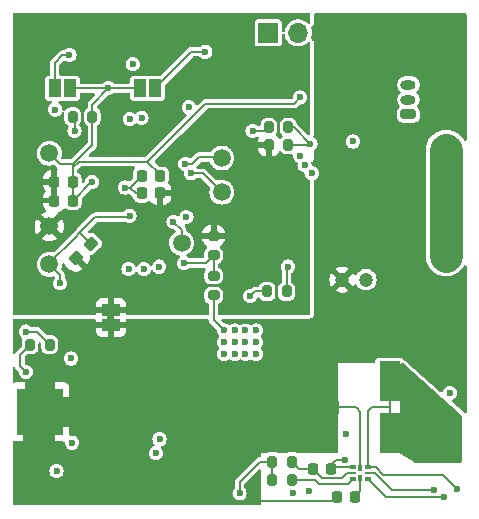
<source format=gbr>
%TF.GenerationSoftware,KiCad,Pcbnew,8.0.3-8.0.3-0~ubuntu22.04.1*%
%TF.CreationDate,2024-07-06T17:26:30-06:00*%
%TF.ProjectId,stm32g070 and DRV8311 single motor board - V1 Alpha,73746d33-3267-4303-9730-20616e642044,rev?*%
%TF.SameCoordinates,Original*%
%TF.FileFunction,Copper,L4,Bot*%
%TF.FilePolarity,Positive*%
%FSLAX46Y46*%
G04 Gerber Fmt 4.6, Leading zero omitted, Abs format (unit mm)*
G04 Created by KiCad (PCBNEW 8.0.3-8.0.3-0~ubuntu22.04.1) date 2024-07-06 17:26:30*
%MOMM*%
%LPD*%
G01*
G04 APERTURE LIST*
G04 Aperture macros list*
%AMRoundRect*
0 Rectangle with rounded corners*
0 $1 Rounding radius*
0 $2 $3 $4 $5 $6 $7 $8 $9 X,Y pos of 4 corners*
0 Add a 4 corners polygon primitive as box body*
4,1,4,$2,$3,$4,$5,$6,$7,$8,$9,$2,$3,0*
0 Add four circle primitives for the rounded corners*
1,1,$1+$1,$2,$3*
1,1,$1+$1,$4,$5*
1,1,$1+$1,$6,$7*
1,1,$1+$1,$8,$9*
0 Add four rect primitives between the rounded corners*
20,1,$1+$1,$2,$3,$4,$5,0*
20,1,$1+$1,$4,$5,$6,$7,0*
20,1,$1+$1,$6,$7,$8,$9,0*
20,1,$1+$1,$8,$9,$2,$3,0*%
G04 Aperture macros list end*
%TA.AperFunction,EtchedComponent*%
%ADD10C,0.000000*%
%TD*%
%TA.AperFunction,SMDPad,CuDef*%
%ADD11RoundRect,0.200000X-0.200000X-0.275000X0.200000X-0.275000X0.200000X0.275000X-0.200000X0.275000X0*%
%TD*%
%TA.AperFunction,ComponentPad*%
%ADD12RoundRect,0.200000X0.450000X-0.200000X0.450000X0.200000X-0.450000X0.200000X-0.450000X-0.200000X0*%
%TD*%
%TA.AperFunction,ComponentPad*%
%ADD13O,1.300000X0.800000*%
%TD*%
%TA.AperFunction,ComponentPad*%
%ADD14C,1.200000*%
%TD*%
%TA.AperFunction,ComponentPad*%
%ADD15C,0.600000*%
%TD*%
%TA.AperFunction,SMDPad,CuDef*%
%ADD16R,0.840000X2.400000*%
%TD*%
%TA.AperFunction,ComponentPad*%
%ADD17R,1.700000X1.700000*%
%TD*%
%TA.AperFunction,ComponentPad*%
%ADD18O,1.700000X1.700000*%
%TD*%
%TA.AperFunction,SMDPad,CuDef*%
%ADD19R,1.800000X3.400000*%
%TD*%
%TA.AperFunction,SMDPad,CuDef*%
%ADD20C,1.500000*%
%TD*%
%TA.AperFunction,SMDPad,CuDef*%
%ADD21R,1.500000X1.000000*%
%TD*%
%TA.AperFunction,SMDPad,CuDef*%
%ADD22RoundRect,0.225000X0.225000X0.250000X-0.225000X0.250000X-0.225000X-0.250000X0.225000X-0.250000X0*%
%TD*%
%TA.AperFunction,SMDPad,CuDef*%
%ADD23R,1.000000X1.500000*%
%TD*%
%TA.AperFunction,SMDPad,CuDef*%
%ADD24RoundRect,0.200000X0.200000X0.275000X-0.200000X0.275000X-0.200000X-0.275000X0.200000X-0.275000X0*%
%TD*%
%TA.AperFunction,SMDPad,CuDef*%
%ADD25RoundRect,0.200000X-0.275000X0.200000X-0.275000X-0.200000X0.275000X-0.200000X0.275000X0.200000X0*%
%TD*%
%TA.AperFunction,SMDPad,CuDef*%
%ADD26RoundRect,0.237500X0.044194X0.380070X-0.380070X-0.044194X-0.044194X-0.380070X0.380070X0.044194X0*%
%TD*%
%TA.AperFunction,SMDPad,CuDef*%
%ADD27R,4.000000X4.000000*%
%TD*%
%TA.AperFunction,SMDPad,CuDef*%
%ADD28RoundRect,0.218750X-0.218750X-0.256250X0.218750X-0.256250X0.218750X0.256250X-0.218750X0.256250X0*%
%TD*%
%TA.AperFunction,SMDPad,CuDef*%
%ADD29RoundRect,0.225000X-0.225000X-0.250000X0.225000X-0.250000X0.225000X0.250000X-0.225000X0.250000X0*%
%TD*%
%TA.AperFunction,SMDPad,CuDef*%
%ADD30R,0.580000X0.300000*%
%TD*%
%TA.AperFunction,SMDPad,CuDef*%
%ADD31R,0.579882X0.249936*%
%TD*%
%TA.AperFunction,SMDPad,CuDef*%
%ADD32R,0.350000X0.630000*%
%TD*%
%TA.AperFunction,ViaPad*%
%ADD33C,0.600000*%
%TD*%
%TA.AperFunction,Conductor*%
%ADD34C,0.200000*%
%TD*%
%TA.AperFunction,Conductor*%
%ADD35C,2.814000*%
%TD*%
%TA.AperFunction,Conductor*%
%ADD36C,1.000000*%
%TD*%
G04 APERTURE END LIST*
D10*
%TA.AperFunction,EtchedComponent*%
%TO.C,L1*%
G36*
X131500000Y-114350000D02*
G01*
X130900000Y-114350000D01*
X130900000Y-113850000D01*
X131500000Y-113850000D01*
X131500000Y-114350000D01*
G37*
%TD.AperFunction*%
%TD*%
D11*
%TO.P,R9,1*%
%TO.N,GND*%
X144575000Y-99500000D03*
%TO.P,R9,2*%
%TO.N,Net-(U2-SLEEP_N)*%
X146225000Y-99500000D03*
%TD*%
D12*
%TO.P,J3,1,Pin_1*%
%TO.N,Net-(J3-Pin_1)*%
X156400000Y-96900000D03*
D13*
%TO.P,J3,2,Pin_2*%
%TO.N,Net-(J3-Pin_2)*%
X156400000Y-95650000D03*
%TO.P,J3,3,Pin_3*%
%TO.N,Net-(J3-Pin_3)*%
X156400000Y-94400000D03*
%TD*%
D14*
%TO.P,C15,1*%
%TO.N,/MOTORPWR*%
X152800000Y-110900000D03*
%TO.P,C15,2*%
%TO.N,GNDPWR*%
X150800000Y-110900000D03*
%TD*%
D15*
%TO.P,U4,11,VSS*%
%TO.N,GNDPWR*%
X132262500Y-124737500D03*
X132262500Y-125687500D03*
D16*
X132262500Y-125687500D03*
D15*
X132262500Y-126637500D03*
%TD*%
D17*
%TO.P,J4,1,Pin_1*%
%TO.N,/USART1_TX*%
X144525000Y-90000000D03*
D18*
%TO.P,J4,2,Pin_2*%
%TO.N,/USART1_RX*%
X147065000Y-90000000D03*
%TD*%
D15*
%TO.P,U2,25,PowerPAD*%
%TO.N,GNDPWR*%
X149162498Y-98100001D03*
X150562500Y-98100001D03*
X149862499Y-97374600D03*
X149162498Y-96699999D03*
X150562500Y-96699999D03*
%TD*%
D19*
%TO.P,R6,1*%
%TO.N,/PSU/BATT-*%
X154800000Y-119500000D03*
%TO.P,R6,2*%
%TO.N,GNDPWR*%
X149600000Y-119500000D03*
%TD*%
D20*
%TO.P,TP1,1,1*%
%TO.N,/NRST*%
X126000000Y-109600000D03*
%TD*%
%TO.P,TP3,1,1*%
%TO.N,/SWC*%
X140600000Y-100600000D03*
%TD*%
D21*
%TO.P,L1,1*%
%TO.N,GND*%
X131200000Y-113450000D03*
%TO.P,L1,2*%
%TO.N,GNDPWR*%
X131200000Y-114750000D03*
%TD*%
D19*
%TO.P,R7,1*%
%TO.N,/PSU/BATT-*%
X154800000Y-123900000D03*
%TO.P,R7,2*%
%TO.N,GNDPWR*%
X149600000Y-123900000D03*
%TD*%
D11*
%TO.P,R5,1*%
%TO.N,/PSU/BATT+*%
X144875000Y-126300000D03*
%TO.P,R5,2*%
%TO.N,Net-(U3-VDD)*%
X146525000Y-126300000D03*
%TD*%
D22*
%TO.P,C11,1*%
%TO.N,Net-(U3-CHG)*%
X151875000Y-129300000D03*
%TO.P,C11,2*%
%TO.N,GNDPWR*%
X150325000Y-129300000D03*
%TD*%
D20*
%TO.P,TP2,1,1*%
%TO.N,/SWD*%
X140600000Y-103500000D03*
%TD*%
D23*
%TO.P,JP2,1,A*%
%TO.N,VDD*%
X133650000Y-94700000D03*
%TO.P,JP2,2,B*%
%TO.N,Net-(J2-Pin_2)*%
X134950000Y-94700000D03*
%TD*%
D24*
%TO.P,R14,1*%
%TO.N,VDD*%
X129625000Y-97100000D03*
%TO.P,R14,2*%
%TO.N,/SDA1*%
X127975000Y-97100000D03*
%TD*%
D25*
%TO.P,R18,1*%
%TO.N,GND*%
X139900000Y-107175000D03*
%TO.P,R18,2*%
%TO.N,/ADC10{slash}VBATT*%
X139900000Y-108825000D03*
%TD*%
%TO.P,R17,1*%
%TO.N,/ADC10{slash}VBATT*%
X139900000Y-110575000D03*
%TO.P,R17,2*%
%TO.N,/MOTORPWR*%
X139900000Y-112225000D03*
%TD*%
D26*
%TO.P,C18,1*%
%TO.N,/NRST*%
X129509880Y-107890120D03*
%TO.P,C18,2*%
%TO.N,GND*%
X128290120Y-109109880D03*
%TD*%
D24*
%TO.P,R1,1*%
%TO.N,Net-(U2-SLEEP_N)*%
X146225000Y-98000000D03*
%TO.P,R1,2*%
%TO.N,/MOTORPWR*%
X144575000Y-98000000D03*
%TD*%
D20*
%TO.P,TP5,1,1*%
%TO.N,GND*%
X126000000Y-106400000D03*
%TD*%
D27*
%TO.P,H4,1,1*%
%TO.N,GNDPWR*%
X125200000Y-122100000D03*
%TD*%
D22*
%TO.P,C2,1*%
%TO.N,VDD*%
X127975000Y-102600000D03*
%TO.P,C2,2*%
%TO.N,GND*%
X126425000Y-102600000D03*
%TD*%
%TO.P,C1,1*%
%TO.N,VDD*%
X127975000Y-104200000D03*
%TO.P,C1,2*%
%TO.N,GND*%
X126425000Y-104200000D03*
%TD*%
D20*
%TO.P,TP4,1,1*%
%TO.N,VDD*%
X126000000Y-100200000D03*
%TD*%
D23*
%TO.P,JP1,1,A*%
%TO.N,VDD*%
X127750000Y-94700000D03*
%TO.P,JP1,2,B*%
%TO.N,Net-(J1-Pin_2)*%
X126450000Y-94700000D03*
%TD*%
D11*
%TO.P,R3,1*%
%TO.N,/PSU/BATT+*%
X144875000Y-127900000D03*
%TO.P,R3,2*%
%TO.N,Net-(U3-BAT)*%
X146525000Y-127900000D03*
%TD*%
D28*
%TO.P,FB1,1*%
%TO.N,Net-(U1-VREF+)*%
X133812500Y-102100000D03*
%TO.P,FB1,2*%
%TO.N,VDD*%
X135387500Y-102100000D03*
%TD*%
D22*
%TO.P,C19,1*%
%TO.N,GND*%
X135375000Y-103600000D03*
%TO.P,C19,2*%
%TO.N,Net-(U1-VREF+)*%
X133825000Y-103600000D03*
%TD*%
D20*
%TO.P,TP6,1,1*%
%TO.N,/ADC11*%
X137200000Y-107800000D03*
%TD*%
D24*
%TO.P,R19,1*%
%TO.N,/LED*%
X146075000Y-111900000D03*
%TO.P,R19,2*%
%TO.N,Net-(D3-A)*%
X144425000Y-111900000D03*
%TD*%
D27*
%TO.P,H2,1,1*%
%TO.N,/PSU/BATT-*%
X158900000Y-124400000D03*
%TD*%
D29*
%TO.P,C12,1*%
%TO.N,Net-(U3-VDD)*%
X148325000Y-126900000D03*
%TO.P,C12,2*%
%TO.N,/PSU/BATT-*%
X149875000Y-126900000D03*
%TD*%
D30*
%TO.P,U3,1,BAT*%
%TO.N,Net-(U3-BAT)*%
X151702500Y-127799999D03*
D31*
%TO.P,U3,2,VDD*%
%TO.N,Net-(U3-VDD)*%
X151702500Y-127300000D03*
D30*
%TO.P,U3,3,VSS*%
%TO.N,/PSU/BATT-*%
X151702500Y-126800001D03*
D32*
%TO.P,U3,4,CS*%
%TO.N,GNDPWR*%
X152337500Y-126865000D03*
D30*
%TO.P,U3,5,CTR*%
%TO.N,/PSU/BATT-*%
X152972500Y-126800001D03*
D31*
%TO.P,U3,6,PACK*%
%TO.N,Net-(U3-PACK)*%
X152972500Y-127300000D03*
D30*
%TO.P,U3,7,DSG*%
%TO.N,Net-(Q1-G)*%
X152972500Y-127799999D03*
D32*
%TO.P,U3,8,CHG*%
%TO.N,Net-(U3-CHG)*%
X152337500Y-127735000D03*
%TD*%
D11*
%TO.P,R8,1*%
%TO.N,/PSU/LDO 4.9v*%
X124375000Y-116400000D03*
%TO.P,R8,2*%
%TO.N,Net-(D1-A)*%
X126025000Y-116400000D03*
%TD*%
D33*
%TO.N,/MOTORPWR*%
X143200000Y-98300000D03*
X151700000Y-99200000D03*
%TO.N,VDD*%
X129600000Y-102636000D03*
X147213896Y-95473287D03*
X131000000Y-94700000D03*
%TO.N,GND*%
X124000000Y-99300000D03*
X123800000Y-108900000D03*
X146000000Y-103400000D03*
X131800000Y-91800000D03*
X126600000Y-127100000D03*
X135000000Y-125600000D03*
X132900000Y-104500000D03*
X136800000Y-89700000D03*
X141000000Y-98600000D03*
X131600000Y-112200000D03*
%TO.N,/MOTORPWR*%
X158600000Y-103400000D03*
X158600000Y-105300000D03*
X142600000Y-115200000D03*
X159600000Y-103400000D03*
X142600000Y-117200000D03*
X143500000Y-115200000D03*
X141700000Y-115200000D03*
X158600000Y-104400000D03*
X141700000Y-116200000D03*
X141700000Y-117200000D03*
X159600000Y-105300000D03*
X160600000Y-104400000D03*
X140800000Y-117200000D03*
X143500000Y-116200000D03*
X160600000Y-103400000D03*
X160600000Y-105300000D03*
X142600000Y-116200000D03*
X140800000Y-116200000D03*
X159600000Y-104400000D03*
X140800000Y-115200000D03*
X143500000Y-117200000D03*
%TO.N,GNDPWR*%
X158900000Y-116500000D03*
X131400000Y-119000000D03*
X124350000Y-126300000D03*
X152800000Y-90800000D03*
X132400000Y-118100000D03*
X153500000Y-106800000D03*
X124350000Y-127150000D03*
X154800000Y-90800000D03*
X157900000Y-117400000D03*
X130400000Y-117100000D03*
X159900000Y-116500000D03*
X132400000Y-117100000D03*
X153800000Y-89800000D03*
X132400000Y-119000000D03*
X154800000Y-89800000D03*
X157900000Y-115500000D03*
X159900000Y-117400000D03*
X153500000Y-104900000D03*
X152500000Y-106800000D03*
X152800000Y-89800000D03*
X131400000Y-118100000D03*
X159900000Y-115500000D03*
X152500000Y-105900000D03*
X153500000Y-105900000D03*
X158900000Y-115500000D03*
X153800000Y-90800000D03*
X152800000Y-91700000D03*
X151500000Y-105900000D03*
X154800000Y-91700000D03*
X151500000Y-104900000D03*
X130400000Y-118100000D03*
X151500000Y-106800000D03*
X131400000Y-117100000D03*
X157900000Y-116500000D03*
X158900000Y-117400000D03*
X153800000Y-91700000D03*
X152500000Y-104900000D03*
X130400000Y-119000000D03*
%TO.N,/SWC*%
X137500000Y-101100000D03*
%TO.N,/SWD*%
X138000000Y-101900000D03*
%TO.N,Net-(U2-SLEEP_N)*%
X148100000Y-99400000D03*
%TO.N,/PSU/LDO 4.9v*%
X127912500Y-124700000D03*
X124000000Y-118700000D03*
%TO.N,/1CSA-B*%
X147600000Y-101200000D03*
X134000000Y-110000000D03*
%TO.N,/1CSA-A*%
X132700000Y-110000000D03*
X148200000Y-101900000D03*
%TO.N,/1CSA-C*%
X135300000Y-109800000D03*
X147200000Y-100400000D03*
%TO.N,/CS1*%
X133049998Y-92649998D03*
X137800000Y-96300000D03*
%TO.N,/PSU/BATT+*%
X142100000Y-129000000D03*
X159900000Y-120500000D03*
%TO.N,Net-(D1-A)*%
X124000000Y-115300000D03*
%TO.N,/PSU/~{CHG}*%
X135321200Y-124421200D03*
X127824265Y-117575735D03*
%TO.N,/SDA1*%
X128125000Y-98300000D03*
X126500000Y-96500000D03*
%TO.N,/PSU/BATT-*%
X151000000Y-126200000D03*
X160500000Y-128600000D03*
%TO.N,Net-(Q1-G)*%
X159400000Y-129300000D03*
X148000000Y-128800000D03*
X151100000Y-124000000D03*
%TO.N,/NRST*%
X126900000Y-111200000D03*
X132780603Y-105480603D03*
%TO.N,Net-(U3-PACK)*%
X146600000Y-129000000D03*
X158600000Y-128700000D03*
%TO.N,Net-(J1-Pin_2)*%
X127700000Y-91900000D03*
%TO.N,Net-(J2-Pin_2)*%
X139200000Y-91600000D03*
%TO.N,/USART1_TX*%
X133800000Y-97200000D03*
%TO.N,/USART1_RX*%
X132800000Y-97300000D03*
%TO.N,/ADC11*%
X136500000Y-106000000D03*
%TO.N,/ADC10{slash}VBATT*%
X137400000Y-109500000D03*
%TO.N,Net-(D3-A)*%
X143000000Y-112300000D03*
%TO.N,/LED*%
X137600000Y-105600000D03*
X146200000Y-109800000D03*
%TO.N,Net-(U1-VREF+)*%
X132400000Y-103100000D03*
%TD*%
D34*
%TO.N,Net-(U2-SLEEP_N)*%
X146225000Y-99500000D02*
X148000000Y-99500000D01*
X148000000Y-99500000D02*
X148100000Y-99400000D01*
X146225000Y-98000000D02*
X146700000Y-98000000D01*
X146700000Y-98000000D02*
X148100000Y-99400000D01*
%TO.N,/MOTORPWR*%
X144275000Y-98300000D02*
X144575000Y-98000000D01*
X143200000Y-98300000D02*
X144275000Y-98300000D01*
%TO.N,VDD*%
X139210135Y-95989865D02*
X134300000Y-100900000D01*
X147239555Y-95475652D02*
X146725342Y-95989865D01*
X129625000Y-97100000D02*
X129800000Y-97100000D01*
X129625000Y-97100000D02*
X129625000Y-99475000D01*
X129625000Y-96075000D02*
X129625000Y-97100000D01*
X127750000Y-94700000D02*
X131000000Y-94700000D01*
X129600000Y-102636000D02*
X129394120Y-102636000D01*
X126925000Y-101125000D02*
X127975000Y-101125000D01*
X134300000Y-100900000D02*
X128475000Y-100900000D01*
X129625000Y-99475000D02*
X127975000Y-101125000D01*
X135387500Y-101987500D02*
X134300000Y-100900000D01*
X128475000Y-100900000D02*
X127975000Y-101400000D01*
X135387500Y-102100000D02*
X135387500Y-101987500D01*
X129600000Y-102636000D02*
X129539000Y-102636000D01*
X127975000Y-102600000D02*
X127975000Y-104200000D01*
X131000000Y-94700000D02*
X129625000Y-96075000D01*
X129539000Y-102636000D02*
X127975000Y-104200000D01*
X146725342Y-95989865D02*
X139210135Y-95989865D01*
X131000000Y-94700000D02*
X133650000Y-94700000D01*
X126000000Y-100200000D02*
X126925000Y-101125000D01*
X127975000Y-101125000D02*
X127975000Y-102600000D01*
%TO.N,/MOTORPWR*%
X139900000Y-114300000D02*
X139900000Y-112225000D01*
D35*
X159600000Y-99900000D02*
X159600000Y-108912500D01*
D34*
X140800000Y-115200000D02*
X139900000Y-114300000D01*
%TO.N,GNDPWR*%
X150325000Y-129300000D02*
X150025000Y-129600000D01*
D36*
X124300000Y-127100000D02*
X124300000Y-123000000D01*
D34*
X152000000Y-121800000D02*
X151900000Y-121700000D01*
X152337500Y-126395001D02*
X152337500Y-122137500D01*
X150025000Y-129600000D02*
X141100000Y-129600000D01*
X151900000Y-121700000D02*
X149600000Y-121700000D01*
D36*
X124300000Y-123000000D02*
X125200000Y-122100000D01*
X124350000Y-127150000D02*
X124300000Y-127100000D01*
D34*
X152337500Y-126865000D02*
X152337500Y-126395001D01*
X152337500Y-122137500D02*
X152000000Y-121800000D01*
%TO.N,/SWC*%
X137500000Y-101100000D02*
X138100000Y-101100000D01*
X140500000Y-100500000D02*
X140600000Y-100600000D01*
X138700000Y-100500000D02*
X140500000Y-100500000D01*
X138100000Y-101100000D02*
X138700000Y-100500000D01*
%TO.N,/SWD*%
X139000003Y-101900003D02*
X140600000Y-103500000D01*
X138000000Y-101900000D02*
X138000003Y-101900003D01*
X138000003Y-101900003D02*
X139000003Y-101900003D01*
%TO.N,/PSU/LDO 4.9v*%
X123500000Y-118200000D02*
X123500000Y-117275000D01*
X124000000Y-118700000D02*
X123500000Y-118200000D01*
X123500000Y-117275000D02*
X124375000Y-116400000D01*
%TO.N,/PSU/BATT+*%
X142100000Y-128000000D02*
X143800000Y-126300000D01*
X143800000Y-126300000D02*
X144875000Y-126300000D01*
X144875000Y-126300000D02*
X144875000Y-127900000D01*
X142100000Y-129000000D02*
X142100000Y-128000000D01*
%TO.N,Net-(D1-A)*%
X124925000Y-115300000D02*
X126025000Y-116400000D01*
X124000000Y-115300000D02*
X124925000Y-115300000D01*
%TO.N,Net-(U3-CHG)*%
X151875000Y-129300000D02*
X152337500Y-128837500D01*
X152337500Y-128837500D02*
X152337500Y-127735000D01*
%TO.N,/SDA1*%
X128125000Y-97250000D02*
X127975000Y-97100000D01*
X128125000Y-98300000D02*
X128125000Y-97250000D01*
%TO.N,/PSU/BATT-*%
X153300000Y-121700000D02*
X154800000Y-121700000D01*
X154800000Y-121700000D02*
X154800000Y-123900000D01*
X149699999Y-126800001D02*
X151702500Y-126800001D01*
X152972500Y-122027500D02*
X153300000Y-121700000D01*
X159300000Y-127400000D02*
X154265686Y-127400000D01*
X153665687Y-126800001D02*
X152972500Y-126800001D01*
X152972500Y-126800001D02*
X152972500Y-122027500D01*
X160500000Y-128600000D02*
X159300000Y-127400000D01*
X154265686Y-127400000D02*
X153665687Y-126800001D01*
X154800000Y-121700000D02*
X154800000Y-119500000D01*
X150300000Y-126200000D02*
X149699999Y-126800001D01*
X151000000Y-126200000D02*
X150300000Y-126200000D01*
%TO.N,Net-(U3-VDD)*%
X149100000Y-127675000D02*
X150787499Y-127675000D01*
X151162499Y-127300000D02*
X151702500Y-127300000D01*
X147125000Y-126900000D02*
X148325000Y-126900000D01*
X146525000Y-126300000D02*
X147125000Y-126900000D01*
X150787499Y-127675000D02*
X151162499Y-127300000D01*
X148325000Y-126900000D02*
X149100000Y-127675000D01*
%TO.N,Net-(Q1-G)*%
X154472501Y-129300000D02*
X152972500Y-127799999D01*
X159400000Y-129300000D02*
X154472501Y-129300000D01*
%TO.N,/NRST*%
X126900000Y-111200000D02*
X126900000Y-110500000D01*
X126900000Y-110500000D02*
X126000000Y-109600000D01*
X132780603Y-105480603D02*
X132780603Y-105480604D01*
X128600000Y-106980240D02*
X128600000Y-106900000D01*
X128050000Y-107450000D02*
X126000000Y-109500000D01*
X128150000Y-107350000D02*
X128050000Y-107450000D01*
X132661207Y-105600000D02*
X129900000Y-105600000D01*
X129509880Y-107890120D02*
X128600000Y-106980240D01*
X128600000Y-106900000D02*
X128150000Y-107350000D01*
X126000000Y-109500000D02*
X126000000Y-109600000D01*
X129900000Y-105600000D02*
X128600000Y-106900000D01*
X132780603Y-105480604D02*
X132661207Y-105600000D01*
%TO.N,Net-(U3-BAT)*%
X148500000Y-127900000D02*
X146525000Y-127900000D01*
X148800000Y-128200000D02*
X148500000Y-127900000D01*
X151302499Y-128200000D02*
X148800000Y-128200000D01*
X151702500Y-127799999D02*
X151302499Y-128200000D01*
%TO.N,Net-(U3-PACK)*%
X155000000Y-128700000D02*
X153600000Y-127300000D01*
X153600000Y-127300000D02*
X152972500Y-127300000D01*
X158600000Y-128700000D02*
X155000000Y-128700000D01*
%TO.N,Net-(J1-Pin_2)*%
X126450000Y-94700000D02*
X126450000Y-92550000D01*
X126450000Y-92550000D02*
X127100000Y-91900000D01*
X127100000Y-91900000D02*
X127700000Y-91900000D01*
%TO.N,Net-(J2-Pin_2)*%
X138000000Y-91600000D02*
X139200000Y-91600000D01*
X134950000Y-94700000D02*
X134950000Y-94650000D01*
X134950000Y-94650000D02*
X138000000Y-91600000D01*
%TO.N,/ADC11*%
X136500000Y-106000000D02*
X137200000Y-106700000D01*
X137200000Y-106700000D02*
X137200000Y-107800000D01*
%TO.N,/ADC10{slash}VBATT*%
X139900000Y-110575000D02*
X139900000Y-108825000D01*
X137400000Y-109500000D02*
X139225000Y-109500000D01*
X139225000Y-109500000D02*
X139900000Y-108825000D01*
%TO.N,Net-(D3-A)*%
X144425000Y-111900000D02*
X143400000Y-111900000D01*
X143400000Y-111900000D02*
X143000000Y-112300000D01*
%TO.N,/LED*%
X146075000Y-111900000D02*
X146075000Y-109925000D01*
X146075000Y-109925000D02*
X146200000Y-109800000D01*
%TO.N,Net-(U1-VREF+)*%
X133312500Y-103600000D02*
X132812500Y-103100000D01*
X133825000Y-103600000D02*
X133312500Y-103600000D01*
X132812500Y-103100000D02*
X133812500Y-102100000D01*
X132400000Y-103100000D02*
X132812500Y-103100000D01*
%TD*%
%TA.AperFunction,Conductor*%
%TO.N,GNDPWR*%
G36*
X161323500Y-122099166D02*
G01*
X161303815Y-122166205D01*
X161251011Y-122211960D01*
X161181853Y-122221904D01*
X161118297Y-122192879D01*
X161111819Y-122186847D01*
X161072210Y-122147238D01*
X161065349Y-122139793D01*
X161060575Y-122134168D01*
X160081341Y-121267923D01*
X160044171Y-121208760D01*
X160044887Y-121138894D01*
X160083262Y-121080507D01*
X160116038Y-121060490D01*
X160202841Y-121024536D01*
X160328282Y-120928282D01*
X160424536Y-120802841D01*
X160485044Y-120656762D01*
X160505682Y-120500000D01*
X160485044Y-120343238D01*
X160424536Y-120197159D01*
X160328282Y-120071718D01*
X160202841Y-119975464D01*
X160056762Y-119914956D01*
X160056760Y-119914955D01*
X159900001Y-119894318D01*
X159899999Y-119894318D01*
X159743239Y-119914955D01*
X159743237Y-119914956D01*
X159597160Y-119975463D01*
X159471718Y-120071718D01*
X159375463Y-120197160D01*
X159314955Y-120343239D01*
X159313371Y-120349153D01*
X159277004Y-120408813D01*
X159214156Y-120439340D01*
X159144781Y-120431043D01*
X159111440Y-120409933D01*
X156108528Y-117753512D01*
X156107375Y-117752496D01*
X156106466Y-117751700D01*
X156106460Y-117751696D01*
X156106459Y-117751695D01*
X156032112Y-117703640D01*
X156017163Y-117696814D01*
X155964358Y-117651059D01*
X155955242Y-117634112D01*
X155952206Y-117627235D01*
X155872765Y-117547794D01*
X155872763Y-117547793D01*
X155769992Y-117502415D01*
X155744865Y-117499500D01*
X153855143Y-117499500D01*
X153855117Y-117499502D01*
X153830012Y-117502413D01*
X153830008Y-117502415D01*
X153727235Y-117547793D01*
X153647794Y-117627234D01*
X153602415Y-117730006D01*
X153602415Y-117730008D01*
X153599500Y-117755131D01*
X153599500Y-117801200D01*
X153579815Y-117868239D01*
X153527011Y-117913994D01*
X153475500Y-117925200D01*
X150142600Y-117925200D01*
X150142600Y-121074800D01*
X150376000Y-121074800D01*
X150443039Y-121094485D01*
X150488794Y-121147289D01*
X150500000Y-121198800D01*
X150500000Y-122201200D01*
X150480315Y-122268239D01*
X150427511Y-122313994D01*
X150376000Y-122325200D01*
X150142600Y-122325200D01*
X150142600Y-125476000D01*
X150122915Y-125543039D01*
X150070111Y-125588794D01*
X150018600Y-125600000D01*
X147033403Y-125600000D01*
X146973975Y-125584832D01*
X146967328Y-125581202D01*
X146832486Y-125530910D01*
X146832485Y-125530909D01*
X146832483Y-125530909D01*
X146772873Y-125524500D01*
X146772863Y-125524500D01*
X146277129Y-125524500D01*
X146277123Y-125524501D01*
X146217516Y-125530908D01*
X146082671Y-125581202D01*
X146076025Y-125584832D01*
X146016597Y-125600000D01*
X145383403Y-125600000D01*
X145323975Y-125584832D01*
X145317328Y-125581202D01*
X145182486Y-125530910D01*
X145182485Y-125530909D01*
X145182483Y-125530909D01*
X145122873Y-125524500D01*
X145122863Y-125524500D01*
X144627129Y-125524500D01*
X144627123Y-125524501D01*
X144567516Y-125530908D01*
X144432671Y-125581202D01*
X144426025Y-125584832D01*
X144366597Y-125600000D01*
X143900000Y-125600000D01*
X143900000Y-125775500D01*
X143880315Y-125842539D01*
X143827511Y-125888294D01*
X143776000Y-125899500D01*
X143747273Y-125899500D01*
X143645410Y-125926793D01*
X143554087Y-125979520D01*
X143554084Y-125979522D01*
X141779522Y-127754084D01*
X141779520Y-127754087D01*
X141726793Y-127845412D01*
X141717654Y-127879520D01*
X141717654Y-127879521D01*
X141717653Y-127879520D01*
X141699500Y-127947271D01*
X141699500Y-128493419D01*
X141679815Y-128560458D01*
X141673876Y-128568905D01*
X141575464Y-128697157D01*
X141514956Y-128843237D01*
X141514955Y-128843239D01*
X141494318Y-128999998D01*
X141494318Y-129000001D01*
X141514955Y-129156760D01*
X141514956Y-129156762D01*
X141574287Y-129300001D01*
X141575464Y-129302841D01*
X141671718Y-129428282D01*
X141797159Y-129524536D01*
X141943238Y-129585044D01*
X142005592Y-129593253D01*
X142099999Y-129605682D01*
X142100000Y-129605682D01*
X142100001Y-129605682D01*
X142152254Y-129598802D01*
X142256762Y-129585044D01*
X142402841Y-129524536D01*
X142528282Y-129428282D01*
X142624536Y-129302841D01*
X142685044Y-129156762D01*
X142705682Y-129000000D01*
X142685044Y-128843238D01*
X142624536Y-128697159D01*
X142624535Y-128697158D01*
X142624535Y-128697157D01*
X142526124Y-128568905D01*
X142500930Y-128503736D01*
X142500500Y-128493419D01*
X142500500Y-128217255D01*
X142520185Y-128150216D01*
X142536819Y-128129574D01*
X143688319Y-126978074D01*
X143749642Y-126944589D01*
X143819334Y-126949573D01*
X143875267Y-126991445D01*
X143899684Y-127056909D01*
X143900000Y-127065755D01*
X143900000Y-129894500D01*
X143880315Y-129961539D01*
X143827511Y-130007294D01*
X143776000Y-130018500D01*
X123006500Y-130018500D01*
X122939461Y-129998815D01*
X122893706Y-129946011D01*
X122882500Y-129894500D01*
X122882500Y-127099998D01*
X125994318Y-127099998D01*
X125994318Y-127100001D01*
X126014955Y-127256760D01*
X126014956Y-127256762D01*
X126075464Y-127402841D01*
X126171718Y-127528282D01*
X126297159Y-127624536D01*
X126443238Y-127685044D01*
X126521619Y-127695363D01*
X126599999Y-127705682D01*
X126600000Y-127705682D01*
X126600001Y-127705682D01*
X126652254Y-127698802D01*
X126756762Y-127685044D01*
X126902841Y-127624536D01*
X127028282Y-127528282D01*
X127124536Y-127402841D01*
X127185044Y-127256762D01*
X127205682Y-127100000D01*
X127185044Y-126943238D01*
X127124536Y-126797159D01*
X127028282Y-126671718D01*
X126902841Y-126575464D01*
X126756762Y-126514956D01*
X126756760Y-126514955D01*
X126600001Y-126494318D01*
X126599999Y-126494318D01*
X126443239Y-126514955D01*
X126443237Y-126514956D01*
X126297160Y-126575463D01*
X126171718Y-126671718D01*
X126075463Y-126797160D01*
X126014956Y-126943237D01*
X126014955Y-126943239D01*
X125994318Y-127099998D01*
X122882500Y-127099998D01*
X122882500Y-125599998D01*
X134394318Y-125599998D01*
X134394318Y-125600000D01*
X134414955Y-125756760D01*
X134414956Y-125756762D01*
X134475464Y-125902841D01*
X134571718Y-126028282D01*
X134697159Y-126124536D01*
X134843238Y-126185044D01*
X134921619Y-126195363D01*
X134999999Y-126205682D01*
X135000000Y-126205682D01*
X135000001Y-126205682D01*
X135052254Y-126198802D01*
X135156762Y-126185044D01*
X135302841Y-126124536D01*
X135428282Y-126028282D01*
X135524536Y-125902841D01*
X135585044Y-125756762D01*
X135605682Y-125600000D01*
X135603207Y-125581204D01*
X135585044Y-125443239D01*
X135585044Y-125443238D01*
X135524536Y-125297159D01*
X135442287Y-125189970D01*
X135417095Y-125124805D01*
X135431133Y-125056360D01*
X135479947Y-125006370D01*
X135493201Y-124999931D01*
X135624041Y-124945736D01*
X135749482Y-124849482D01*
X135845736Y-124724041D01*
X135906244Y-124577962D01*
X135926882Y-124421200D01*
X135906244Y-124264438D01*
X135845736Y-124118359D01*
X135749482Y-123992918D01*
X135624041Y-123896664D01*
X135477962Y-123836156D01*
X135477960Y-123836155D01*
X135321201Y-123815518D01*
X135321199Y-123815518D01*
X135164439Y-123836155D01*
X135164437Y-123836156D01*
X135018360Y-123896663D01*
X134892918Y-123992918D01*
X134796663Y-124118360D01*
X134736156Y-124264437D01*
X134736155Y-124264439D01*
X134715518Y-124421198D01*
X134715518Y-124421201D01*
X134736155Y-124577960D01*
X134736156Y-124577962D01*
X134784145Y-124693819D01*
X134796664Y-124724041D01*
X134878911Y-124831227D01*
X134904104Y-124896395D01*
X134890066Y-124964839D01*
X134841252Y-125014829D01*
X134827987Y-125021273D01*
X134697160Y-125075463D01*
X134571718Y-125171718D01*
X134475463Y-125297160D01*
X134414956Y-125443237D01*
X134414955Y-125443239D01*
X134394318Y-125599998D01*
X122882500Y-125599998D01*
X122882500Y-124693819D01*
X122902185Y-124626780D01*
X122954989Y-124581025D01*
X123024147Y-124571081D01*
X123049836Y-124577638D01*
X123092622Y-124593597D01*
X123092627Y-124593598D01*
X123152155Y-124599999D01*
X123152172Y-124600000D01*
X123950000Y-124600000D01*
X126450000Y-124600000D01*
X127184908Y-124600000D01*
X127251947Y-124619685D01*
X127297702Y-124672489D01*
X127307847Y-124707815D01*
X127327455Y-124856760D01*
X127327456Y-124856762D01*
X127386756Y-124999926D01*
X127387964Y-125002841D01*
X127484218Y-125128282D01*
X127609659Y-125224536D01*
X127755738Y-125285044D01*
X127834119Y-125295363D01*
X127912499Y-125305682D01*
X127912500Y-125305682D01*
X127912501Y-125305682D01*
X127977239Y-125297159D01*
X128069262Y-125285044D01*
X128215341Y-125224536D01*
X128340782Y-125128282D01*
X128437036Y-125002841D01*
X128497544Y-124856762D01*
X128518182Y-124700000D01*
X128517368Y-124693819D01*
X128497544Y-124543239D01*
X128497544Y-124543238D01*
X128437036Y-124397159D01*
X128340782Y-124271718D01*
X128215341Y-124175464D01*
X128069262Y-124114956D01*
X128069260Y-124114955D01*
X127912501Y-124094318D01*
X127912499Y-124094318D01*
X127840185Y-124103838D01*
X127771150Y-124093072D01*
X127718894Y-124046692D01*
X127700000Y-123980899D01*
X127700000Y-123350000D01*
X126450000Y-123350000D01*
X126450000Y-124600000D01*
X123950000Y-124600000D01*
X123950000Y-120850000D01*
X126450000Y-120850000D01*
X127700000Y-120850000D01*
X127700000Y-120052172D01*
X127699999Y-120052155D01*
X127693598Y-119992627D01*
X127693596Y-119992620D01*
X127643354Y-119857913D01*
X127643350Y-119857906D01*
X127557190Y-119742812D01*
X127557187Y-119742809D01*
X127442093Y-119656649D01*
X127442086Y-119656645D01*
X127307379Y-119606403D01*
X127307372Y-119606401D01*
X127247844Y-119600000D01*
X126450000Y-119600000D01*
X126450000Y-120850000D01*
X123950000Y-120850000D01*
X123950000Y-119600000D01*
X123152155Y-119600000D01*
X123092627Y-119606401D01*
X123092621Y-119606402D01*
X123049831Y-119622362D01*
X122980140Y-119627345D01*
X122918817Y-119593859D01*
X122885333Y-119532535D01*
X122882500Y-119506179D01*
X122882500Y-118384746D01*
X122902185Y-118317707D01*
X122954989Y-118271952D01*
X123024147Y-118262008D01*
X123087703Y-118291033D01*
X123125477Y-118349811D01*
X123126270Y-118352638D01*
X123126793Y-118354588D01*
X123179520Y-118445913D01*
X123179522Y-118445915D01*
X123358597Y-118624990D01*
X123392082Y-118686313D01*
X123393855Y-118696485D01*
X123394318Y-118699998D01*
X123394318Y-118700000D01*
X123414956Y-118856762D01*
X123475464Y-119002841D01*
X123571718Y-119128282D01*
X123697159Y-119224536D01*
X123843238Y-119285044D01*
X123921619Y-119295363D01*
X123999999Y-119305682D01*
X124000000Y-119305682D01*
X124000001Y-119305682D01*
X124052254Y-119298802D01*
X124156762Y-119285044D01*
X124302841Y-119224536D01*
X124428282Y-119128282D01*
X124524536Y-119002841D01*
X124585044Y-118856762D01*
X124605682Y-118700000D01*
X124585044Y-118543238D01*
X124524536Y-118397159D01*
X124428282Y-118271718D01*
X124302841Y-118175464D01*
X124156762Y-118114956D01*
X124128219Y-118111198D01*
X124008314Y-118095412D01*
X123944418Y-118067145D01*
X123905947Y-118008821D01*
X123900500Y-117972473D01*
X123900500Y-117575733D01*
X127218583Y-117575733D01*
X127218583Y-117575736D01*
X127239220Y-117732495D01*
X127239221Y-117732497D01*
X127299729Y-117878576D01*
X127395983Y-118004017D01*
X127521424Y-118100271D01*
X127667503Y-118160779D01*
X127745884Y-118171098D01*
X127824264Y-118181417D01*
X127824265Y-118181417D01*
X127824266Y-118181417D01*
X127876519Y-118174537D01*
X127981027Y-118160779D01*
X128127106Y-118100271D01*
X128252547Y-118004017D01*
X128348801Y-117878576D01*
X128409309Y-117732497D01*
X128429947Y-117575735D01*
X128426268Y-117547793D01*
X128409309Y-117418974D01*
X128409309Y-117418973D01*
X128348801Y-117272894D01*
X128252547Y-117147453D01*
X128127106Y-117051199D01*
X128107886Y-117043238D01*
X127981027Y-116990691D01*
X127981025Y-116990690D01*
X127824266Y-116970053D01*
X127824264Y-116970053D01*
X127667504Y-116990690D01*
X127667502Y-116990691D01*
X127521425Y-117051198D01*
X127395983Y-117147453D01*
X127299728Y-117272895D01*
X127239221Y-117418972D01*
X127239220Y-117418974D01*
X127218583Y-117575733D01*
X123900500Y-117575733D01*
X123900500Y-117492254D01*
X123920185Y-117425215D01*
X123936815Y-117404577D01*
X124129574Y-117211817D01*
X124190897Y-117178333D01*
X124217255Y-117175499D01*
X124622871Y-117175499D01*
X124622872Y-117175499D01*
X124682483Y-117169091D01*
X124817331Y-117118796D01*
X124932546Y-117032546D01*
X125018796Y-116917331D01*
X125069091Y-116782483D01*
X125075500Y-116722873D01*
X125075499Y-116316252D01*
X125095183Y-116249215D01*
X125147987Y-116203460D01*
X125217146Y-116193516D01*
X125280702Y-116222541D01*
X125287180Y-116228573D01*
X125288181Y-116229574D01*
X125321666Y-116290897D01*
X125324500Y-116317255D01*
X125324500Y-116722870D01*
X125324501Y-116722876D01*
X125330908Y-116782483D01*
X125381202Y-116917328D01*
X125381206Y-116917335D01*
X125467452Y-117032544D01*
X125467455Y-117032547D01*
X125582664Y-117118793D01*
X125582671Y-117118797D01*
X125627618Y-117135561D01*
X125717517Y-117169091D01*
X125777127Y-117175500D01*
X126272872Y-117175499D01*
X126332483Y-117169091D01*
X126467331Y-117118796D01*
X126582546Y-117032546D01*
X126668796Y-116917331D01*
X126719091Y-116782483D01*
X126725500Y-116722873D01*
X126725499Y-116077128D01*
X126719091Y-116017517D01*
X126714907Y-116006300D01*
X126668797Y-115882671D01*
X126668793Y-115882664D01*
X126582547Y-115767455D01*
X126582544Y-115767452D01*
X126467335Y-115681206D01*
X126467328Y-115681202D01*
X126332482Y-115630908D01*
X126332483Y-115630908D01*
X126272883Y-115624501D01*
X126272881Y-115624500D01*
X126272873Y-115624500D01*
X126272865Y-115624500D01*
X125867255Y-115624500D01*
X125800216Y-115604815D01*
X125779574Y-115588181D01*
X125489237Y-115297844D01*
X129950000Y-115297844D01*
X129956401Y-115357372D01*
X129956403Y-115357379D01*
X130006645Y-115492086D01*
X130006649Y-115492093D01*
X130092809Y-115607187D01*
X130092812Y-115607190D01*
X130207906Y-115693350D01*
X130207913Y-115693354D01*
X130342620Y-115743596D01*
X130342627Y-115743598D01*
X130402155Y-115749999D01*
X130402172Y-115750000D01*
X130950000Y-115750000D01*
X131450000Y-115750000D01*
X131997828Y-115750000D01*
X131997844Y-115749999D01*
X132057372Y-115743598D01*
X132057379Y-115743596D01*
X132192086Y-115693354D01*
X132192093Y-115693350D01*
X132307187Y-115607190D01*
X132307190Y-115607187D01*
X132393350Y-115492093D01*
X132393354Y-115492086D01*
X132443596Y-115357379D01*
X132443598Y-115357372D01*
X132449999Y-115297844D01*
X132450000Y-115297827D01*
X132450000Y-115000000D01*
X131450000Y-115000000D01*
X131450000Y-115750000D01*
X130950000Y-115750000D01*
X130950000Y-115000000D01*
X129950000Y-115000000D01*
X129950000Y-115297844D01*
X125489237Y-115297844D01*
X125170915Y-114979522D01*
X125170913Y-114979520D01*
X125125250Y-114953156D01*
X125079589Y-114926793D01*
X125028657Y-114913146D01*
X124977727Y-114899500D01*
X124977726Y-114899500D01*
X124506580Y-114899500D01*
X124439541Y-114879815D01*
X124431093Y-114873876D01*
X124428283Y-114871720D01*
X124428282Y-114871718D01*
X124302841Y-114775464D01*
X124293797Y-114771718D01*
X124156762Y-114714956D01*
X124156760Y-114714955D01*
X124000001Y-114694318D01*
X123999999Y-114694318D01*
X123843239Y-114714955D01*
X123843237Y-114714956D01*
X123697160Y-114775463D01*
X123571718Y-114871718D01*
X123475463Y-114997160D01*
X123414956Y-115143237D01*
X123414955Y-115143239D01*
X123394318Y-115299998D01*
X123394318Y-115300001D01*
X123414955Y-115456760D01*
X123414956Y-115456762D01*
X123469391Y-115588181D01*
X123475464Y-115602841D01*
X123571718Y-115728282D01*
X123667752Y-115801971D01*
X123708954Y-115858399D01*
X123713109Y-115928145D01*
X123708448Y-115943679D01*
X123680908Y-116017519D01*
X123678143Y-116043239D01*
X123674501Y-116077123D01*
X123674500Y-116077135D01*
X123674500Y-116482744D01*
X123654815Y-116549783D01*
X123638181Y-116570425D01*
X123179522Y-117029084D01*
X123179518Y-117029090D01*
X123126792Y-117120412D01*
X123126792Y-117120417D01*
X123126274Y-117122350D01*
X123089907Y-117182009D01*
X123027060Y-117212537D01*
X122957684Y-117204240D01*
X122903808Y-117159753D01*
X122882535Y-117093201D01*
X122882500Y-117090253D01*
X122882500Y-114329500D01*
X122902185Y-114262461D01*
X122954989Y-114216706D01*
X123006500Y-114205500D01*
X129826000Y-114205500D01*
X129893039Y-114225185D01*
X129938794Y-114277989D01*
X129950000Y-114329500D01*
X129950000Y-114500000D01*
X132450000Y-114500000D01*
X132450000Y-114329500D01*
X132469685Y-114262461D01*
X132522489Y-114216706D01*
X132574000Y-114205500D01*
X139375500Y-114205500D01*
X139442539Y-114225185D01*
X139488294Y-114277989D01*
X139499500Y-114329500D01*
X139499500Y-114352726D01*
X139526793Y-114454589D01*
X139553012Y-114500000D01*
X139579520Y-114545913D01*
X139579522Y-114545915D01*
X140158597Y-115124990D01*
X140192082Y-115186313D01*
X140193855Y-115196485D01*
X140214956Y-115356761D01*
X140214956Y-115356762D01*
X140275464Y-115502842D01*
X140368826Y-115624514D01*
X140394020Y-115689683D01*
X140379981Y-115758128D01*
X140368826Y-115775486D01*
X140275464Y-115897157D01*
X140214956Y-116043237D01*
X140214955Y-116043239D01*
X140194318Y-116199998D01*
X140194318Y-116200001D01*
X140214955Y-116356760D01*
X140214956Y-116356762D01*
X140275464Y-116502842D01*
X140368826Y-116624514D01*
X140394020Y-116689683D01*
X140379981Y-116758128D01*
X140368826Y-116775486D01*
X140275464Y-116897157D01*
X140214956Y-117043237D01*
X140214955Y-117043239D01*
X140194318Y-117199998D01*
X140194318Y-117200001D01*
X140214955Y-117356760D01*
X140214956Y-117356762D01*
X140275287Y-117502415D01*
X140275464Y-117502841D01*
X140371718Y-117628282D01*
X140497159Y-117724536D01*
X140643238Y-117785044D01*
X140721619Y-117795363D01*
X140799999Y-117805682D01*
X140800000Y-117805682D01*
X140800001Y-117805682D01*
X140852254Y-117798802D01*
X140956762Y-117785044D01*
X141102841Y-117724536D01*
X141174513Y-117669539D01*
X141239682Y-117644345D01*
X141308127Y-117658383D01*
X141325484Y-117669538D01*
X141350767Y-117688938D01*
X141397157Y-117724535D01*
X141397158Y-117724535D01*
X141397159Y-117724536D01*
X141543238Y-117785044D01*
X141621619Y-117795363D01*
X141699999Y-117805682D01*
X141700000Y-117805682D01*
X141700001Y-117805682D01*
X141752254Y-117798802D01*
X141856762Y-117785044D01*
X142002841Y-117724536D01*
X142074513Y-117669539D01*
X142139682Y-117644345D01*
X142208127Y-117658383D01*
X142225484Y-117669538D01*
X142250767Y-117688938D01*
X142297157Y-117724535D01*
X142297158Y-117724535D01*
X142297159Y-117724536D01*
X142443238Y-117785044D01*
X142521619Y-117795363D01*
X142599999Y-117805682D01*
X142600000Y-117805682D01*
X142600001Y-117805682D01*
X142652254Y-117798802D01*
X142756762Y-117785044D01*
X142902841Y-117724536D01*
X142974513Y-117669539D01*
X143039682Y-117644345D01*
X143108127Y-117658383D01*
X143125484Y-117669538D01*
X143150767Y-117688938D01*
X143197157Y-117724535D01*
X143197158Y-117724535D01*
X143197159Y-117724536D01*
X143343238Y-117785044D01*
X143421619Y-117795363D01*
X143499999Y-117805682D01*
X143500000Y-117805682D01*
X143500001Y-117805682D01*
X143552254Y-117798802D01*
X143656762Y-117785044D01*
X143802841Y-117724536D01*
X143928282Y-117628282D01*
X144024536Y-117502841D01*
X144085044Y-117356762D01*
X144102750Y-117222273D01*
X144105682Y-117200001D01*
X144105682Y-117199998D01*
X144085044Y-117043239D01*
X144085044Y-117043238D01*
X144024536Y-116897159D01*
X143931171Y-116775484D01*
X143905979Y-116710317D01*
X143920017Y-116641873D01*
X143931167Y-116624521D01*
X144024536Y-116502841D01*
X144085044Y-116356762D01*
X144101920Y-116228573D01*
X144105682Y-116200001D01*
X144105682Y-116199998D01*
X144085044Y-116043239D01*
X144085044Y-116043238D01*
X144024536Y-115897159D01*
X143931171Y-115775484D01*
X143905979Y-115710317D01*
X143920017Y-115641873D01*
X143931167Y-115624521D01*
X144024536Y-115502841D01*
X144085044Y-115356762D01*
X144105682Y-115200000D01*
X144085044Y-115043238D01*
X144024536Y-114897159D01*
X143928282Y-114771718D01*
X143802841Y-114675464D01*
X143656762Y-114614956D01*
X143656760Y-114614955D01*
X143500001Y-114594318D01*
X143499999Y-114594318D01*
X143343239Y-114614955D01*
X143343237Y-114614956D01*
X143197157Y-114675464D01*
X143125486Y-114730460D01*
X143060317Y-114755654D01*
X142991872Y-114741615D01*
X142974514Y-114730460D01*
X142902842Y-114675464D01*
X142756762Y-114614956D01*
X142756760Y-114614955D01*
X142600001Y-114594318D01*
X142599999Y-114594318D01*
X142443239Y-114614955D01*
X142443237Y-114614956D01*
X142297157Y-114675464D01*
X142225486Y-114730460D01*
X142160317Y-114755654D01*
X142091872Y-114741615D01*
X142074514Y-114730460D01*
X142002842Y-114675464D01*
X141856762Y-114614956D01*
X141856760Y-114614955D01*
X141700001Y-114594318D01*
X141699999Y-114594318D01*
X141543239Y-114614955D01*
X141543237Y-114614956D01*
X141397157Y-114675464D01*
X141325486Y-114730460D01*
X141260317Y-114755654D01*
X141191872Y-114741615D01*
X141174514Y-114730460D01*
X141102842Y-114675464D01*
X141029801Y-114645210D01*
X140956762Y-114614956D01*
X140900577Y-114607559D01*
X140796485Y-114593855D01*
X140732589Y-114565588D01*
X140724990Y-114558597D01*
X140583574Y-114417181D01*
X140550089Y-114355858D01*
X140555073Y-114286166D01*
X140596945Y-114230233D01*
X140662409Y-114205816D01*
X140671255Y-114205500D01*
X147975990Y-114205500D01*
X147976000Y-114205500D01*
X148040941Y-114198518D01*
X148092452Y-114187312D01*
X148130658Y-114176354D01*
X148227571Y-114119675D01*
X148280375Y-114073920D01*
X148280382Y-114073912D01*
X148280387Y-114073908D01*
X148322548Y-114029192D01*
X148322553Y-114029187D01*
X148373439Y-113929111D01*
X148381987Y-113900000D01*
X161323500Y-113900000D01*
X161323500Y-122099166D01*
G37*
%TD.AperFunction*%
%TD*%
%TA.AperFunction,Conductor*%
%TO.N,GNDPWR*%
G36*
X161266539Y-88358185D02*
G01*
X161312294Y-88410989D01*
X161323500Y-88462500D01*
X161323500Y-99007415D01*
X161303815Y-99074454D01*
X161251011Y-99120209D01*
X161181853Y-99130153D01*
X161118297Y-99101128D01*
X161092113Y-99069415D01*
X161022781Y-98949328D01*
X160886522Y-98771752D01*
X160886516Y-98771745D01*
X160728254Y-98613483D01*
X160728247Y-98613477D01*
X160550671Y-98477218D01*
X160356831Y-98365305D01*
X160356821Y-98365300D01*
X160199167Y-98299998D01*
X160150036Y-98279647D01*
X159933832Y-98221716D01*
X159933826Y-98221715D01*
X159933821Y-98221714D01*
X159711924Y-98192501D01*
X159711921Y-98192500D01*
X159711915Y-98192500D01*
X159488085Y-98192500D01*
X159488079Y-98192500D01*
X159488075Y-98192501D01*
X159266178Y-98221714D01*
X159266171Y-98221715D01*
X159266168Y-98221716D01*
X159194100Y-98241026D01*
X159049970Y-98279645D01*
X159049966Y-98279646D01*
X159049964Y-98279647D01*
X159049957Y-98279650D01*
X158843178Y-98365300D01*
X158843168Y-98365305D01*
X158649328Y-98477218D01*
X158471752Y-98613477D01*
X158471745Y-98613483D01*
X158313483Y-98771745D01*
X158313477Y-98771752D01*
X158177218Y-98949328D01*
X158065305Y-99143168D01*
X158065300Y-99143178D01*
X157979650Y-99349957D01*
X157979645Y-99349970D01*
X157966240Y-99400000D01*
X157925318Y-99552727D01*
X157921717Y-99566165D01*
X157921714Y-99566178D01*
X157892501Y-99788075D01*
X157892500Y-99788091D01*
X157892500Y-109024408D01*
X157892501Y-109024424D01*
X157921714Y-109246321D01*
X157921715Y-109246326D01*
X157921716Y-109246332D01*
X157979647Y-109462536D01*
X157996182Y-109502454D01*
X158065300Y-109669321D01*
X158065305Y-109669331D01*
X158177218Y-109863171D01*
X158313477Y-110040747D01*
X158313483Y-110040754D01*
X158471745Y-110199016D01*
X158471752Y-110199022D01*
X158649328Y-110335281D01*
X158843168Y-110447194D01*
X158843178Y-110447199D01*
X158909070Y-110474492D01*
X159049964Y-110532853D01*
X159266168Y-110590784D01*
X159488085Y-110620000D01*
X159488092Y-110620000D01*
X159711908Y-110620000D01*
X159711915Y-110620000D01*
X159933832Y-110590784D01*
X160150036Y-110532853D01*
X160356828Y-110447196D01*
X160550672Y-110335281D01*
X160728249Y-110199021D01*
X160886521Y-110040749D01*
X161022781Y-109863172D01*
X161092113Y-109743083D01*
X161142679Y-109694869D01*
X161211286Y-109681645D01*
X161276151Y-109707613D01*
X161316680Y-109764527D01*
X161323500Y-109805084D01*
X161323500Y-113900000D01*
X148381987Y-113900000D01*
X148393124Y-113862072D01*
X148405500Y-113776000D01*
X148405500Y-111834240D01*
X150219311Y-111834240D01*
X150307585Y-111888897D01*
X150497678Y-111962539D01*
X150698072Y-112000000D01*
X150901928Y-112000000D01*
X151102322Y-111962539D01*
X151292412Y-111888899D01*
X151292416Y-111888897D01*
X151380686Y-111834241D01*
X151380686Y-111834240D01*
X150800001Y-111253553D01*
X150800000Y-111253553D01*
X150219311Y-111834240D01*
X148405500Y-111834240D01*
X148405500Y-110899999D01*
X149695287Y-110899999D01*
X149695287Y-110900000D01*
X149714096Y-111102989D01*
X149714097Y-111102992D01*
X149769883Y-111299063D01*
X149769886Y-111299069D01*
X149860751Y-111481551D01*
X149862533Y-111483911D01*
X150446446Y-110900000D01*
X150446446Y-110899999D01*
X150406951Y-110860504D01*
X150500000Y-110860504D01*
X150500000Y-110939496D01*
X150520444Y-111015796D01*
X150559940Y-111084205D01*
X150615795Y-111140060D01*
X150684204Y-111179556D01*
X150760504Y-111200000D01*
X150839496Y-111200000D01*
X150915796Y-111179556D01*
X150984205Y-111140060D01*
X151040060Y-111084205D01*
X151079556Y-111015796D01*
X151100000Y-110939496D01*
X151100000Y-110900000D01*
X151153553Y-110900000D01*
X151737465Y-111483912D01*
X151739247Y-111481553D01*
X151739251Y-111481547D01*
X151801500Y-111356534D01*
X151849002Y-111305297D01*
X151916665Y-111287875D01*
X151983006Y-111309800D01*
X152019887Y-111349805D01*
X152067467Y-111432216D01*
X152124822Y-111495915D01*
X152194129Y-111572888D01*
X152347265Y-111684148D01*
X152347270Y-111684151D01*
X152520192Y-111761142D01*
X152520197Y-111761144D01*
X152705354Y-111800500D01*
X152705355Y-111800500D01*
X152894644Y-111800500D01*
X152894646Y-111800500D01*
X153079803Y-111761144D01*
X153252730Y-111684151D01*
X153405871Y-111572888D01*
X153532533Y-111432216D01*
X153627179Y-111268284D01*
X153685674Y-111088256D01*
X153705460Y-110900000D01*
X153685674Y-110711744D01*
X153627179Y-110531716D01*
X153532533Y-110367784D01*
X153405871Y-110227112D01*
X153390193Y-110215721D01*
X153252734Y-110115851D01*
X153252729Y-110115848D01*
X153079807Y-110038857D01*
X153079802Y-110038855D01*
X152934001Y-110007865D01*
X152894646Y-109999500D01*
X152705354Y-109999500D01*
X152672897Y-110006398D01*
X152520197Y-110038855D01*
X152520192Y-110038857D01*
X152347270Y-110115848D01*
X152347265Y-110115851D01*
X152194129Y-110227111D01*
X152067465Y-110367785D01*
X152019887Y-110450194D01*
X151969320Y-110498410D01*
X151900713Y-110511632D01*
X151835848Y-110485664D01*
X151801500Y-110443466D01*
X151739249Y-110318449D01*
X151739247Y-110318447D01*
X151737465Y-110316087D01*
X151153553Y-110900000D01*
X151100000Y-110900000D01*
X151100000Y-110860504D01*
X151079556Y-110784204D01*
X151040060Y-110715795D01*
X150984205Y-110659940D01*
X150915796Y-110620444D01*
X150839496Y-110600000D01*
X150760504Y-110600000D01*
X150684204Y-110620444D01*
X150615795Y-110659940D01*
X150559940Y-110715795D01*
X150520444Y-110784204D01*
X150500000Y-110860504D01*
X150406951Y-110860504D01*
X149862533Y-110316087D01*
X149860755Y-110318442D01*
X149860754Y-110318443D01*
X149769886Y-110500930D01*
X149769883Y-110500936D01*
X149714097Y-110697007D01*
X149714096Y-110697010D01*
X149695287Y-110899999D01*
X148405500Y-110899999D01*
X148405500Y-109965758D01*
X150219311Y-109965758D01*
X150800000Y-110546446D01*
X150800001Y-110546446D01*
X151380687Y-109965758D01*
X151292413Y-109911101D01*
X151292411Y-109911100D01*
X151102321Y-109837460D01*
X150901928Y-109800000D01*
X150698072Y-109800000D01*
X150497678Y-109837460D01*
X150307588Y-109911100D01*
X150307581Y-109911104D01*
X150219312Y-109965757D01*
X150219311Y-109965758D01*
X148405500Y-109965758D01*
X148405500Y-102591409D01*
X148405451Y-102585957D01*
X148405372Y-102581531D01*
X148403437Y-102570230D01*
X148411524Y-102500831D01*
X148455847Y-102446820D01*
X148478202Y-102434741D01*
X148502841Y-102424536D01*
X148628282Y-102328282D01*
X148724536Y-102202841D01*
X148785044Y-102056762D01*
X148805682Y-101900000D01*
X148805681Y-101899996D01*
X148785044Y-101743239D01*
X148785044Y-101743238D01*
X148724536Y-101597159D01*
X148628282Y-101471718D01*
X148502841Y-101375464D01*
X148356762Y-101314956D01*
X148312752Y-101309162D01*
X148248856Y-101280895D01*
X148210385Y-101222571D01*
X148205999Y-101202408D01*
X148195166Y-101120125D01*
X148185044Y-101043238D01*
X148185043Y-101043237D01*
X148183983Y-101035180D01*
X148186422Y-101034858D01*
X148187782Y-100977437D01*
X148224698Y-100921465D01*
X148227565Y-100918980D01*
X148227571Y-100918977D01*
X148280375Y-100873222D01*
X148280382Y-100873213D01*
X148280387Y-100873210D01*
X148310147Y-100841645D01*
X148322553Y-100828489D01*
X148373439Y-100728413D01*
X148393124Y-100661374D01*
X148405500Y-100575302D01*
X148405500Y-100114426D01*
X148402126Y-100069145D01*
X148396678Y-100032795D01*
X148393710Y-100016592D01*
X148400991Y-99947106D01*
X148440191Y-99895875D01*
X148528282Y-99828282D01*
X148624536Y-99702841D01*
X148685044Y-99556762D01*
X148705682Y-99400000D01*
X148699989Y-99356760D01*
X148685044Y-99243239D01*
X148685044Y-99243238D01*
X148667133Y-99199998D01*
X151094318Y-99199998D01*
X151094318Y-99200001D01*
X151114955Y-99356760D01*
X151114956Y-99356762D01*
X151137362Y-99410856D01*
X151175464Y-99502841D01*
X151271718Y-99628282D01*
X151397159Y-99724536D01*
X151543238Y-99785044D01*
X151621619Y-99795363D01*
X151699999Y-99805682D01*
X151700000Y-99805682D01*
X151700001Y-99805682D01*
X151752254Y-99798802D01*
X151856762Y-99785044D01*
X152002841Y-99724536D01*
X152128282Y-99628282D01*
X152224536Y-99502841D01*
X152285044Y-99356762D01*
X152305682Y-99200000D01*
X152298506Y-99145496D01*
X152285044Y-99043239D01*
X152285044Y-99043238D01*
X152224536Y-98897159D01*
X152128282Y-98771718D01*
X152002841Y-98675464D01*
X151856762Y-98614956D01*
X151856760Y-98614955D01*
X151700001Y-98594318D01*
X151699999Y-98594318D01*
X151543239Y-98614955D01*
X151543237Y-98614956D01*
X151397160Y-98675463D01*
X151271718Y-98771718D01*
X151175463Y-98897160D01*
X151114956Y-99043237D01*
X151114955Y-99043239D01*
X151094318Y-99199998D01*
X148667133Y-99199998D01*
X148624536Y-99097159D01*
X148528282Y-98971718D01*
X148402841Y-98875464D01*
X148402839Y-98875463D01*
X148396392Y-98870516D01*
X148398196Y-98868164D01*
X148359776Y-98827872D01*
X148346552Y-98759265D01*
X148359457Y-98714852D01*
X148373439Y-98687356D01*
X148393124Y-98620317D01*
X148405500Y-98534245D01*
X148405500Y-94468995D01*
X155449499Y-94468995D01*
X155476418Y-94604322D01*
X155476421Y-94604332D01*
X155529221Y-94731804D01*
X155529228Y-94731817D01*
X155605885Y-94846541D01*
X155605888Y-94846545D01*
X155696662Y-94937319D01*
X155730147Y-94998642D01*
X155725163Y-95068334D01*
X155696662Y-95112681D01*
X155605888Y-95203454D01*
X155605885Y-95203458D01*
X155529228Y-95318182D01*
X155529221Y-95318195D01*
X155476421Y-95445667D01*
X155476418Y-95445677D01*
X155449500Y-95581004D01*
X155449500Y-95581007D01*
X155449500Y-95718993D01*
X155449500Y-95718995D01*
X155449499Y-95718995D01*
X155476418Y-95854322D01*
X155476421Y-95854332D01*
X155529221Y-95981804D01*
X155529228Y-95981817D01*
X155605885Y-96096541D01*
X155605888Y-96096545D01*
X155639579Y-96130236D01*
X155673064Y-96191559D01*
X155668080Y-96261251D01*
X155626212Y-96317182D01*
X155606041Y-96332282D01*
X155592454Y-96342454D01*
X155592453Y-96342455D01*
X155592452Y-96342456D01*
X155506206Y-96457664D01*
X155506202Y-96457671D01*
X155455910Y-96592513D01*
X155455909Y-96592517D01*
X155449500Y-96652127D01*
X155449500Y-96652134D01*
X155449500Y-96652135D01*
X155449500Y-97147870D01*
X155449501Y-97147876D01*
X155455908Y-97207483D01*
X155506202Y-97342328D01*
X155506206Y-97342335D01*
X155592452Y-97457544D01*
X155592455Y-97457547D01*
X155707664Y-97543793D01*
X155707671Y-97543797D01*
X155842517Y-97594091D01*
X155842516Y-97594091D01*
X155849444Y-97594835D01*
X155902127Y-97600500D01*
X156897872Y-97600499D01*
X156957483Y-97594091D01*
X157092331Y-97543796D01*
X157207546Y-97457546D01*
X157293796Y-97342331D01*
X157344091Y-97207483D01*
X157350500Y-97147873D01*
X157350499Y-96652128D01*
X157344091Y-96592517D01*
X157331098Y-96557682D01*
X157293797Y-96457671D01*
X157293793Y-96457664D01*
X157207548Y-96342456D01*
X157207546Y-96342455D01*
X157207546Y-96342454D01*
X157173787Y-96317182D01*
X157131918Y-96261248D01*
X157126935Y-96191556D01*
X157160421Y-96130235D01*
X157194111Y-96096545D01*
X157194114Y-96096542D01*
X157270775Y-95981811D01*
X157323580Y-95854328D01*
X157350500Y-95718993D01*
X157350500Y-95581007D01*
X157350500Y-95581004D01*
X157323581Y-95445677D01*
X157323580Y-95445676D01*
X157323580Y-95445672D01*
X157321748Y-95441248D01*
X157270778Y-95318195D01*
X157270771Y-95318182D01*
X157194114Y-95203458D01*
X157194111Y-95203454D01*
X157103338Y-95112681D01*
X157069853Y-95051358D01*
X157074837Y-94981666D01*
X157103338Y-94937319D01*
X157194111Y-94846545D01*
X157194114Y-94846542D01*
X157270775Y-94731811D01*
X157323580Y-94604328D01*
X157340518Y-94519175D01*
X157350500Y-94468995D01*
X157350500Y-94331004D01*
X157323581Y-94195677D01*
X157323580Y-94195676D01*
X157323580Y-94195672D01*
X157310278Y-94163557D01*
X157270778Y-94068195D01*
X157270771Y-94068182D01*
X157194114Y-93953458D01*
X157194111Y-93953454D01*
X157096545Y-93855888D01*
X157096541Y-93855885D01*
X156981817Y-93779228D01*
X156981804Y-93779221D01*
X156854332Y-93726421D01*
X156854322Y-93726418D01*
X156718995Y-93699500D01*
X156718993Y-93699500D01*
X156081007Y-93699500D01*
X156081005Y-93699500D01*
X155945677Y-93726418D01*
X155945667Y-93726421D01*
X155818195Y-93779221D01*
X155818182Y-93779228D01*
X155703458Y-93855885D01*
X155703454Y-93855888D01*
X155605888Y-93953454D01*
X155605885Y-93953458D01*
X155529228Y-94068182D01*
X155529221Y-94068195D01*
X155476421Y-94195667D01*
X155476418Y-94195677D01*
X155449500Y-94331004D01*
X155449500Y-94331007D01*
X155449500Y-94468993D01*
X155449500Y-94468995D01*
X155449499Y-94468995D01*
X148405500Y-94468995D01*
X148405500Y-90894120D01*
X148405476Y-90890308D01*
X148405437Y-90887183D01*
X148390824Y-90797565D01*
X148369456Y-90731043D01*
X148344857Y-90674694D01*
X148272770Y-90588623D01*
X148272769Y-90588622D01*
X148272765Y-90588618D01*
X148218841Y-90544223D01*
X148218829Y-90544213D01*
X148199483Y-90531315D01*
X148154623Y-90477753D01*
X148145842Y-90408438D01*
X148148996Y-90394222D01*
X148200756Y-90212310D01*
X148220429Y-90000000D01*
X148200756Y-89787690D01*
X148148402Y-89603687D01*
X148148988Y-89533821D01*
X148187255Y-89475362D01*
X148205068Y-89462715D01*
X148211164Y-89459149D01*
X148227571Y-89449554D01*
X148280375Y-89403799D01*
X148280382Y-89403791D01*
X148280387Y-89403787D01*
X148322548Y-89359071D01*
X148322553Y-89359066D01*
X148373439Y-89258990D01*
X148393124Y-89191951D01*
X148405500Y-89105879D01*
X148405500Y-88462500D01*
X148425185Y-88395461D01*
X148477989Y-88349706D01*
X148529500Y-88338500D01*
X161199500Y-88338500D01*
X161266539Y-88358185D01*
G37*
%TD.AperFunction*%
%TD*%
%TA.AperFunction,Conductor*%
%TO.N,GND*%
G36*
X148043039Y-88358185D02*
G01*
X148088794Y-88410989D01*
X148100000Y-88462500D01*
X148100000Y-89105879D01*
X148080315Y-89172918D01*
X148027511Y-89218673D01*
X147958353Y-89228617D01*
X147894797Y-89199592D01*
X147892462Y-89197516D01*
X147763562Y-89080008D01*
X147761302Y-89077948D01*
X147580019Y-88965702D01*
X147580017Y-88965701D01*
X147480608Y-88927190D01*
X147381198Y-88888679D01*
X147171610Y-88849500D01*
X146958390Y-88849500D01*
X146748802Y-88888679D01*
X146748799Y-88888679D01*
X146748799Y-88888680D01*
X146549982Y-88965701D01*
X146549980Y-88965702D01*
X146368699Y-89077947D01*
X146211127Y-89221593D01*
X146082632Y-89391746D01*
X145987596Y-89582605D01*
X145987596Y-89582607D01*
X145929244Y-89787689D01*
X145922970Y-89855394D01*
X145897183Y-89920331D01*
X145840383Y-89961018D01*
X145770602Y-89964538D01*
X145709995Y-89929772D01*
X145677806Y-89867759D01*
X145675499Y-89843952D01*
X145675499Y-89105143D01*
X145675499Y-89105136D01*
X145675497Y-89105117D01*
X145672586Y-89080012D01*
X145672585Y-89080010D01*
X145672585Y-89080009D01*
X145627206Y-88977235D01*
X145547765Y-88897794D01*
X145527124Y-88888680D01*
X145444992Y-88852415D01*
X145419865Y-88849500D01*
X143630143Y-88849500D01*
X143630117Y-88849502D01*
X143605012Y-88852413D01*
X143605008Y-88852415D01*
X143502235Y-88897793D01*
X143422794Y-88977234D01*
X143377415Y-89080006D01*
X143377415Y-89080008D01*
X143374500Y-89105131D01*
X143374500Y-90894856D01*
X143374502Y-90894882D01*
X143377413Y-90919987D01*
X143377415Y-90919991D01*
X143422793Y-91022764D01*
X143422794Y-91022765D01*
X143502235Y-91102206D01*
X143605009Y-91147585D01*
X143630135Y-91150500D01*
X145419864Y-91150499D01*
X145419879Y-91150497D01*
X145419882Y-91150497D01*
X145444987Y-91147586D01*
X145444988Y-91147585D01*
X145444991Y-91147585D01*
X145547765Y-91102206D01*
X145627206Y-91022765D01*
X145672585Y-90919991D01*
X145675500Y-90894865D01*
X145675499Y-90156046D01*
X145695183Y-90089009D01*
X145747987Y-90043254D01*
X145817146Y-90033310D01*
X145880702Y-90062335D01*
X145918476Y-90121113D01*
X145922970Y-90144606D01*
X145929244Y-90212310D01*
X145987596Y-90417392D01*
X145987596Y-90417394D01*
X146082632Y-90608253D01*
X146082634Y-90608255D01*
X146211128Y-90778407D01*
X146368698Y-90922052D01*
X146549981Y-91034298D01*
X146748802Y-91111321D01*
X146958390Y-91150500D01*
X146958392Y-91150500D01*
X147171608Y-91150500D01*
X147171610Y-91150500D01*
X147381198Y-91111321D01*
X147580019Y-91034298D01*
X147761302Y-90922052D01*
X147892463Y-90802481D01*
X147955265Y-90771866D01*
X148024652Y-90780063D01*
X148078593Y-90824473D01*
X148099961Y-90890995D01*
X148100000Y-90894120D01*
X148100000Y-98534245D01*
X148080315Y-98601284D01*
X148027511Y-98647039D01*
X147958353Y-98656983D01*
X147894797Y-98627958D01*
X147888319Y-98621926D01*
X146954261Y-97687868D01*
X146920776Y-97626545D01*
X146919798Y-97620506D01*
X146919092Y-97617520D01*
X146919089Y-97617513D01*
X146868796Y-97482669D01*
X146868795Y-97482668D01*
X146868793Y-97482664D01*
X146782547Y-97367455D01*
X146782544Y-97367452D01*
X146667335Y-97281206D01*
X146667328Y-97281202D01*
X146532486Y-97230910D01*
X146532485Y-97230909D01*
X146532483Y-97230909D01*
X146472873Y-97224500D01*
X146472863Y-97224500D01*
X145977129Y-97224500D01*
X145977123Y-97224501D01*
X145917516Y-97230908D01*
X145782671Y-97281202D01*
X145782664Y-97281206D01*
X145667455Y-97367452D01*
X145667452Y-97367455D01*
X145581206Y-97482664D01*
X145581202Y-97482671D01*
X145530910Y-97617513D01*
X145530909Y-97617517D01*
X145524500Y-97677127D01*
X145524500Y-97677134D01*
X145524500Y-97677135D01*
X145524500Y-98322870D01*
X145524501Y-98322876D01*
X145530908Y-98382483D01*
X145581202Y-98517328D01*
X145581206Y-98517335D01*
X145667452Y-98632544D01*
X145667453Y-98632544D01*
X145667454Y-98632546D01*
X145676829Y-98639564D01*
X145691750Y-98650734D01*
X145733620Y-98706668D01*
X145738604Y-98776360D01*
X145705118Y-98837683D01*
X145691750Y-98849266D01*
X145667454Y-98867454D01*
X145616891Y-98934996D01*
X145560956Y-98976867D01*
X145491265Y-98981850D01*
X145429942Y-98948364D01*
X145411508Y-98924834D01*
X145330072Y-98790122D01*
X145225625Y-98685675D01*
X145192140Y-98624352D01*
X145197124Y-98554660D01*
X145214039Y-98523684D01*
X145218796Y-98517331D01*
X145269091Y-98382483D01*
X145275500Y-98322873D01*
X145275499Y-97677128D01*
X145270248Y-97628281D01*
X145269091Y-97617516D01*
X145218797Y-97482671D01*
X145218793Y-97482664D01*
X145132547Y-97367455D01*
X145132544Y-97367452D01*
X145017335Y-97281206D01*
X145017328Y-97281202D01*
X144882486Y-97230910D01*
X144882485Y-97230909D01*
X144882483Y-97230909D01*
X144822873Y-97224500D01*
X144822863Y-97224500D01*
X144327129Y-97224500D01*
X144327123Y-97224501D01*
X144267516Y-97230908D01*
X144132671Y-97281202D01*
X144132664Y-97281206D01*
X144017455Y-97367452D01*
X144017452Y-97367455D01*
X143931206Y-97482664D01*
X143931202Y-97482671D01*
X143880908Y-97617517D01*
X143875099Y-97671552D01*
X143874501Y-97677123D01*
X143874500Y-97677135D01*
X143874500Y-97775500D01*
X143854815Y-97842539D01*
X143802011Y-97888294D01*
X143750500Y-97899500D01*
X143706580Y-97899500D01*
X143639541Y-97879815D01*
X143631093Y-97873876D01*
X143628283Y-97871720D01*
X143628282Y-97871718D01*
X143502841Y-97775464D01*
X143411960Y-97737820D01*
X143356762Y-97714956D01*
X143356760Y-97714955D01*
X143200001Y-97694318D01*
X143199999Y-97694318D01*
X143043239Y-97714955D01*
X143043237Y-97714956D01*
X142897160Y-97775463D01*
X142771718Y-97871718D01*
X142675463Y-97997160D01*
X142614956Y-98143237D01*
X142614955Y-98143239D01*
X142594318Y-98299998D01*
X142594318Y-98300001D01*
X142614955Y-98456760D01*
X142614956Y-98456762D01*
X142647050Y-98534245D01*
X142675464Y-98602841D01*
X142771718Y-98728282D01*
X142897159Y-98824536D01*
X143043238Y-98885044D01*
X143121619Y-98895363D01*
X143199999Y-98905682D01*
X143200000Y-98905682D01*
X143200001Y-98905682D01*
X143252254Y-98898802D01*
X143356762Y-98885044D01*
X143502841Y-98824536D01*
X143539283Y-98796572D01*
X143604449Y-98771379D01*
X143672894Y-98785416D01*
X143722884Y-98834229D01*
X143738549Y-98902321D01*
X143733154Y-98931839D01*
X143681408Y-99097898D01*
X143675000Y-99168427D01*
X143675000Y-99250000D01*
X144701000Y-99250000D01*
X144768039Y-99269685D01*
X144813794Y-99322489D01*
X144825000Y-99374000D01*
X144825000Y-100474999D01*
X144831581Y-100474999D01*
X144902102Y-100468591D01*
X144902107Y-100468590D01*
X145064396Y-100418018D01*
X145209877Y-100330072D01*
X145330071Y-100209878D01*
X145330074Y-100209874D01*
X145411508Y-100075166D01*
X145463035Y-100027978D01*
X145531895Y-100016139D01*
X145596224Y-100043407D01*
X145616891Y-100065003D01*
X145664835Y-100129048D01*
X145667455Y-100132547D01*
X145782664Y-100218793D01*
X145782671Y-100218797D01*
X145827618Y-100235561D01*
X145917517Y-100269091D01*
X145977127Y-100275500D01*
X146470318Y-100275499D01*
X146537357Y-100295183D01*
X146583112Y-100347987D01*
X146592690Y-100392016D01*
X146593257Y-100391942D01*
X146594150Y-100398729D01*
X146594318Y-100399499D01*
X146594318Y-100400001D01*
X146614955Y-100556760D01*
X146614956Y-100556762D01*
X146669391Y-100688181D01*
X146675464Y-100702841D01*
X146771718Y-100828282D01*
X146897159Y-100924536D01*
X146935777Y-100940532D01*
X146990180Y-100984371D01*
X147012246Y-101050665D01*
X147011264Y-101071278D01*
X146994318Y-101199998D01*
X146994318Y-101200001D01*
X147014955Y-101356760D01*
X147014956Y-101356762D01*
X147073544Y-101498207D01*
X147075464Y-101502841D01*
X147171718Y-101628282D01*
X147297159Y-101724536D01*
X147443238Y-101785044D01*
X147487246Y-101790837D01*
X147551142Y-101819102D01*
X147589614Y-101877426D01*
X147594000Y-101897590D01*
X147611475Y-102030318D01*
X147614956Y-102056762D01*
X147675464Y-102202841D01*
X147771718Y-102328282D01*
X147897159Y-102424536D01*
X148023452Y-102476848D01*
X148077856Y-102520689D01*
X148099921Y-102586983D01*
X148100000Y-102591409D01*
X148100000Y-113776000D01*
X148080315Y-113843039D01*
X148027511Y-113888794D01*
X147976000Y-113900000D01*
X140424500Y-113900000D01*
X140357461Y-113880315D01*
X140311706Y-113827511D01*
X140300500Y-113776000D01*
X140300500Y-112998466D01*
X140320185Y-112931427D01*
X140372989Y-112885672D01*
X140381156Y-112882288D01*
X140417331Y-112868796D01*
X140532546Y-112782546D01*
X140618796Y-112667331D01*
X140669091Y-112532483D01*
X140675500Y-112472873D01*
X140675500Y-112299998D01*
X142394318Y-112299998D01*
X142394318Y-112300001D01*
X142414955Y-112456760D01*
X142414956Y-112456762D01*
X142471308Y-112592809D01*
X142475464Y-112602841D01*
X142571718Y-112728282D01*
X142697159Y-112824536D01*
X142843238Y-112885044D01*
X142921619Y-112895363D01*
X142999999Y-112905682D01*
X143000000Y-112905682D01*
X143000001Y-112905682D01*
X143052254Y-112898802D01*
X143156762Y-112885044D01*
X143302841Y-112824536D01*
X143428282Y-112728282D01*
X143524536Y-112602841D01*
X143582104Y-112463859D01*
X143625942Y-112409458D01*
X143692236Y-112387393D01*
X143759936Y-112404672D01*
X143795929Y-112437002D01*
X143867455Y-112532547D01*
X143982664Y-112618793D01*
X143982671Y-112618797D01*
X144027618Y-112635561D01*
X144117517Y-112669091D01*
X144177127Y-112675500D01*
X144672872Y-112675499D01*
X144732483Y-112669091D01*
X144867331Y-112618796D01*
X144982546Y-112532546D01*
X145068796Y-112417331D01*
X145119091Y-112282483D01*
X145125500Y-112222873D01*
X145125499Y-111577128D01*
X145125499Y-111577127D01*
X145374500Y-111577127D01*
X145374500Y-111577135D01*
X145374500Y-111577136D01*
X145374500Y-112222870D01*
X145374501Y-112222876D01*
X145380908Y-112282483D01*
X145431202Y-112417328D01*
X145431206Y-112417335D01*
X145517452Y-112532544D01*
X145517455Y-112532547D01*
X145632664Y-112618793D01*
X145632671Y-112618797D01*
X145677618Y-112635561D01*
X145767517Y-112669091D01*
X145827127Y-112675500D01*
X146322872Y-112675499D01*
X146382483Y-112669091D01*
X146517331Y-112618796D01*
X146632546Y-112532546D01*
X146718796Y-112417331D01*
X146769091Y-112282483D01*
X146775500Y-112222873D01*
X146775499Y-111577128D01*
X146769091Y-111517517D01*
X146763617Y-111502841D01*
X146718797Y-111382671D01*
X146718793Y-111382664D01*
X146632547Y-111267455D01*
X146525188Y-111187085D01*
X146483318Y-111131151D01*
X146475500Y-111087819D01*
X146475500Y-110406665D01*
X146495185Y-110339626D01*
X146524012Y-110308290D01*
X146628282Y-110228282D01*
X146724536Y-110102841D01*
X146785044Y-109956762D01*
X146805682Y-109800000D01*
X146805675Y-109799949D01*
X146785044Y-109643239D01*
X146785044Y-109643238D01*
X146724536Y-109497159D01*
X146628282Y-109371718D01*
X146502841Y-109275464D01*
X146483206Y-109267331D01*
X146356762Y-109214956D01*
X146356760Y-109214955D01*
X146200001Y-109194318D01*
X146199999Y-109194318D01*
X146043239Y-109214955D01*
X146043237Y-109214956D01*
X145897160Y-109275463D01*
X145771718Y-109371718D01*
X145675463Y-109497160D01*
X145614956Y-109643237D01*
X145614955Y-109643239D01*
X145594318Y-109799998D01*
X145594318Y-109800001D01*
X145614955Y-109956760D01*
X145614956Y-109956762D01*
X145622959Y-109976084D01*
X145665061Y-110077725D01*
X145674500Y-110125178D01*
X145674500Y-111087819D01*
X145654815Y-111154858D01*
X145624812Y-111187085D01*
X145517452Y-111267455D01*
X145431206Y-111382664D01*
X145431202Y-111382671D01*
X145380910Y-111517513D01*
X145380909Y-111517517D01*
X145374500Y-111577127D01*
X145125499Y-111577127D01*
X145119091Y-111517517D01*
X145113617Y-111502841D01*
X145068797Y-111382671D01*
X145068793Y-111382664D01*
X144982547Y-111267455D01*
X144982544Y-111267452D01*
X144867335Y-111181206D01*
X144867328Y-111181202D01*
X144732486Y-111130910D01*
X144732485Y-111130909D01*
X144732483Y-111130909D01*
X144672873Y-111124500D01*
X144672863Y-111124500D01*
X144177129Y-111124500D01*
X144177123Y-111124501D01*
X144117516Y-111130908D01*
X143982671Y-111181202D01*
X143982664Y-111181206D01*
X143867455Y-111267452D01*
X143867452Y-111267455D01*
X143781206Y-111382664D01*
X143781203Y-111382669D01*
X143767715Y-111418834D01*
X143725843Y-111474767D01*
X143660379Y-111499184D01*
X143651533Y-111499500D01*
X143347273Y-111499500D01*
X143245413Y-111526793D01*
X143245410Y-111526794D01*
X143173442Y-111568345D01*
X143158232Y-111577127D01*
X143155598Y-111578647D01*
X143154083Y-111579522D01*
X143075006Y-111658598D01*
X143013683Y-111692083D01*
X143003512Y-111693855D01*
X142843238Y-111714956D01*
X142843237Y-111714956D01*
X142697160Y-111775463D01*
X142571718Y-111871718D01*
X142475463Y-111997160D01*
X142414956Y-112143237D01*
X142414955Y-112143239D01*
X142394318Y-112299998D01*
X140675500Y-112299998D01*
X140675499Y-111977128D01*
X140669091Y-111917517D01*
X140627379Y-111805682D01*
X140618797Y-111782671D01*
X140618793Y-111782664D01*
X140532547Y-111667455D01*
X140532544Y-111667452D01*
X140417335Y-111581206D01*
X140417328Y-111581202D01*
X140282486Y-111530910D01*
X140282485Y-111530909D01*
X140282483Y-111530909D01*
X140222873Y-111524500D01*
X140222863Y-111524500D01*
X139577129Y-111524500D01*
X139577123Y-111524501D01*
X139517516Y-111530908D01*
X139382671Y-111581202D01*
X139382664Y-111581206D01*
X139267455Y-111667452D01*
X139267452Y-111667455D01*
X139181206Y-111782664D01*
X139181202Y-111782671D01*
X139130910Y-111917513D01*
X139130909Y-111917517D01*
X139124500Y-111977127D01*
X139124500Y-111977134D01*
X139124500Y-111977135D01*
X139124500Y-112472870D01*
X139124501Y-112472876D01*
X139130908Y-112532483D01*
X139181202Y-112667328D01*
X139181206Y-112667335D01*
X139267452Y-112782544D01*
X139267455Y-112782547D01*
X139382664Y-112868793D01*
X139382669Y-112868796D01*
X139418832Y-112882284D01*
X139474766Y-112924154D01*
X139499184Y-112989618D01*
X139499500Y-112998466D01*
X139499500Y-113776000D01*
X139479815Y-113843039D01*
X139427011Y-113888794D01*
X139375500Y-113900000D01*
X132574000Y-113900000D01*
X132506961Y-113880315D01*
X132461206Y-113827511D01*
X132450000Y-113776000D01*
X132450000Y-113700000D01*
X129950000Y-113700000D01*
X129950000Y-113776000D01*
X129930315Y-113843039D01*
X129877511Y-113888794D01*
X129826000Y-113900000D01*
X123006500Y-113900000D01*
X122939461Y-113880315D01*
X122893706Y-113827511D01*
X122882500Y-113776000D01*
X122882500Y-112902155D01*
X129950000Y-112902155D01*
X129950000Y-113200000D01*
X130950000Y-113200000D01*
X131450000Y-113200000D01*
X132450000Y-113200000D01*
X132450000Y-112902172D01*
X132449999Y-112902155D01*
X132443598Y-112842627D01*
X132443596Y-112842620D01*
X132393354Y-112707913D01*
X132393350Y-112707906D01*
X132307190Y-112592812D01*
X132307187Y-112592809D01*
X132192093Y-112506649D01*
X132192086Y-112506645D01*
X132057379Y-112456403D01*
X132057372Y-112456401D01*
X131997844Y-112450000D01*
X131450000Y-112450000D01*
X131450000Y-113200000D01*
X130950000Y-113200000D01*
X130950000Y-112450000D01*
X130402155Y-112450000D01*
X130342627Y-112456401D01*
X130342620Y-112456403D01*
X130207913Y-112506645D01*
X130207906Y-112506649D01*
X130092812Y-112592809D01*
X130092809Y-112592812D01*
X130006649Y-112707906D01*
X130006645Y-112707913D01*
X129956403Y-112842620D01*
X129956401Y-112842627D01*
X129950000Y-112902155D01*
X122882500Y-112902155D01*
X122882500Y-109600000D01*
X124944417Y-109600000D01*
X124964699Y-109805932D01*
X124976016Y-109843238D01*
X125024768Y-110003954D01*
X125122315Y-110186450D01*
X125133476Y-110200050D01*
X125253589Y-110346410D01*
X125327011Y-110406665D01*
X125413550Y-110477685D01*
X125596046Y-110575232D01*
X125794066Y-110635300D01*
X125794065Y-110635300D01*
X125812529Y-110637118D01*
X126000000Y-110655583D01*
X126205934Y-110635300D01*
X126319482Y-110600855D01*
X126389345Y-110600233D01*
X126448458Y-110637481D01*
X126478049Y-110700775D01*
X126468724Y-110770019D01*
X126453850Y-110795003D01*
X126375464Y-110897157D01*
X126314956Y-111043237D01*
X126314955Y-111043239D01*
X126294318Y-111199998D01*
X126294318Y-111200001D01*
X126314955Y-111356760D01*
X126314956Y-111356762D01*
X126375464Y-111502841D01*
X126471718Y-111628282D01*
X126597159Y-111724536D01*
X126743238Y-111785044D01*
X126821619Y-111795363D01*
X126899999Y-111805682D01*
X126900000Y-111805682D01*
X126900001Y-111805682D01*
X126952254Y-111798802D01*
X127056762Y-111785044D01*
X127202841Y-111724536D01*
X127328282Y-111628282D01*
X127424536Y-111502841D01*
X127485044Y-111356762D01*
X127503207Y-111218797D01*
X127505682Y-111200001D01*
X127505682Y-111199998D01*
X127485044Y-111043239D01*
X127485044Y-111043238D01*
X127424536Y-110897159D01*
X127424535Y-110897158D01*
X127424535Y-110897157D01*
X127326124Y-110768905D01*
X127300930Y-110703736D01*
X127300500Y-110693419D01*
X127300500Y-110447275D01*
X127300500Y-110447273D01*
X127273207Y-110345413D01*
X127273207Y-110345412D01*
X127220480Y-110254087D01*
X127026649Y-110060256D01*
X126993164Y-109998933D01*
X126995669Y-109936580D01*
X127035300Y-109805934D01*
X127055104Y-109604860D01*
X127081264Y-109540077D01*
X127138298Y-109499718D01*
X127208098Y-109496601D01*
X127268503Y-109531715D01*
X127285889Y-109556484D01*
X127286003Y-109556411D01*
X127287955Y-109559427D01*
X127289313Y-109561361D01*
X127289678Y-109562088D01*
X127289680Y-109562092D01*
X127353807Y-109640813D01*
X127353813Y-109640819D01*
X127759179Y-110046184D01*
X127759188Y-110046192D01*
X127837905Y-110110318D01*
X127991965Y-110187690D01*
X128159728Y-110227450D01*
X128332124Y-110227450D01*
X128499884Y-110187691D01*
X128653946Y-110110317D01*
X128653949Y-110110315D01*
X128732657Y-110046200D01*
X128732671Y-110046187D01*
X128778859Y-109999998D01*
X132094318Y-109999998D01*
X132094318Y-110000001D01*
X132114955Y-110156760D01*
X132114956Y-110156762D01*
X132132886Y-110200050D01*
X132175464Y-110302841D01*
X132271718Y-110428282D01*
X132397159Y-110524536D01*
X132543238Y-110585044D01*
X132621619Y-110595363D01*
X132699999Y-110605682D01*
X132700000Y-110605682D01*
X132700001Y-110605682D01*
X132752254Y-110598802D01*
X132856762Y-110585044D01*
X133002841Y-110524536D01*
X133128282Y-110428282D01*
X133224536Y-110302841D01*
X133235439Y-110276519D01*
X133279279Y-110222115D01*
X133345573Y-110200050D01*
X133413273Y-110217329D01*
X133460884Y-110268466D01*
X133464561Y-110276519D01*
X133475462Y-110302838D01*
X133475463Y-110302839D01*
X133475464Y-110302841D01*
X133571718Y-110428282D01*
X133697159Y-110524536D01*
X133843238Y-110585044D01*
X133921619Y-110595363D01*
X133999999Y-110605682D01*
X134000000Y-110605682D01*
X134000001Y-110605682D01*
X134052254Y-110598802D01*
X134156762Y-110585044D01*
X134302841Y-110524536D01*
X134428282Y-110428282D01*
X134524536Y-110302841D01*
X134584115Y-110159004D01*
X134627953Y-110104603D01*
X134694247Y-110082538D01*
X134761947Y-110099817D01*
X134797048Y-110130970D01*
X134871718Y-110228282D01*
X134997159Y-110324536D01*
X135143238Y-110385044D01*
X135221619Y-110395363D01*
X135299999Y-110405682D01*
X135300000Y-110405682D01*
X135300001Y-110405682D01*
X135352254Y-110398802D01*
X135456762Y-110385044D01*
X135602841Y-110324536D01*
X135728282Y-110228282D01*
X135824536Y-110102841D01*
X135885044Y-109956762D01*
X135905682Y-109800000D01*
X135905675Y-109799949D01*
X135885044Y-109643239D01*
X135885044Y-109643238D01*
X135824536Y-109497159D01*
X135728282Y-109371718D01*
X135602841Y-109275464D01*
X135583206Y-109267331D01*
X135456762Y-109214956D01*
X135456760Y-109214955D01*
X135300001Y-109194318D01*
X135299999Y-109194318D01*
X135143239Y-109214955D01*
X135143237Y-109214956D01*
X134997160Y-109275463D01*
X134871718Y-109371718D01*
X134775463Y-109497160D01*
X134733501Y-109598466D01*
X134715961Y-109640813D01*
X134715886Y-109640993D01*
X134672045Y-109695396D01*
X134605751Y-109717461D01*
X134538051Y-109700182D01*
X134502950Y-109669028D01*
X134428282Y-109571718D01*
X134302841Y-109475464D01*
X134298606Y-109473710D01*
X134156762Y-109414956D01*
X134156760Y-109414955D01*
X134000001Y-109394318D01*
X133999999Y-109394318D01*
X133843239Y-109414955D01*
X133843237Y-109414956D01*
X133697160Y-109475463D01*
X133571718Y-109571718D01*
X133475463Y-109697160D01*
X133464561Y-109723481D01*
X133420720Y-109777884D01*
X133354425Y-109799949D01*
X133286726Y-109782670D01*
X133239116Y-109731532D01*
X133235439Y-109723481D01*
X133224536Y-109697160D01*
X133224536Y-109697159D01*
X133128282Y-109571718D01*
X133002841Y-109475464D01*
X132998606Y-109473710D01*
X132856762Y-109414956D01*
X132856760Y-109414955D01*
X132700001Y-109394318D01*
X132699999Y-109394318D01*
X132543239Y-109414955D01*
X132543237Y-109414956D01*
X132397160Y-109475463D01*
X132271718Y-109571718D01*
X132175463Y-109697160D01*
X132114956Y-109843237D01*
X132114955Y-109843239D01*
X132094318Y-109999998D01*
X128778859Y-109999998D01*
X128802772Y-109976085D01*
X128802772Y-109976084D01*
X128024248Y-109197560D01*
X127990763Y-109136237D01*
X127995747Y-109066545D01*
X128024248Y-109022198D01*
X128202439Y-108844008D01*
X128263762Y-108810523D01*
X128333454Y-108815507D01*
X128377801Y-108844008D01*
X129156325Y-109622532D01*
X129226424Y-109552432D01*
X129226432Y-109552423D01*
X129290555Y-109473710D01*
X129290558Y-109473705D01*
X129367931Y-109319644D01*
X129407690Y-109151884D01*
X129407690Y-108979487D01*
X129402849Y-108959062D01*
X129406543Y-108889290D01*
X129447372Y-108832591D01*
X129506621Y-108807621D01*
X129612201Y-108793110D01*
X129747850Y-108734189D01*
X129816327Y-108680395D01*
X130300155Y-108196567D01*
X130353949Y-108128090D01*
X130412870Y-107992441D01*
X130433008Y-107845926D01*
X130412870Y-107699410D01*
X130353949Y-107563762D01*
X130308975Y-107506512D01*
X130300152Y-107495280D01*
X129904719Y-107099847D01*
X129836240Y-107046052D01*
X129836236Y-107046050D01*
X129700590Y-106987130D01*
X129700587Y-106987129D01*
X129554074Y-106966992D01*
X129407556Y-106987130D01*
X129407447Y-106987161D01*
X129407343Y-106987159D01*
X129399156Y-106988285D01*
X129398987Y-106987055D01*
X129337583Y-106986293D01*
X129279279Y-106947791D01*
X129251046Y-106883879D01*
X129261849Y-106814850D01*
X129286310Y-106780081D01*
X130029573Y-106036819D01*
X130090896Y-106003334D01*
X130117254Y-106000500D01*
X132441897Y-106000500D01*
X132489350Y-106009939D01*
X132623841Y-106065647D01*
X132702222Y-106075966D01*
X132780602Y-106086285D01*
X132780603Y-106086285D01*
X132780604Y-106086285D01*
X132832857Y-106079405D01*
X132937365Y-106065647D01*
X133083444Y-106005139D01*
X133090144Y-105999998D01*
X135894318Y-105999998D01*
X135894318Y-106000001D01*
X135914955Y-106156760D01*
X135914956Y-106156762D01*
X135966586Y-106281409D01*
X135975464Y-106302841D01*
X136071718Y-106428282D01*
X136197159Y-106524536D01*
X136343238Y-106585044D01*
X136500000Y-106605682D01*
X136500001Y-106605681D01*
X136503513Y-106606144D01*
X136567410Y-106634410D01*
X136575009Y-106641402D01*
X136653273Y-106719666D01*
X136686758Y-106780989D01*
X136681774Y-106850681D01*
X136639902Y-106906614D01*
X136624047Y-106916704D01*
X136613549Y-106922315D01*
X136453589Y-107053589D01*
X136322317Y-107213547D01*
X136224769Y-107396043D01*
X136164699Y-107594067D01*
X136144417Y-107800000D01*
X136164699Y-108005932D01*
X136171983Y-108029943D01*
X136224768Y-108203954D01*
X136322315Y-108386450D01*
X136322317Y-108386452D01*
X136453589Y-108546410D01*
X136549070Y-108624768D01*
X136613550Y-108677685D01*
X136796046Y-108775232D01*
X136967849Y-108827347D01*
X137026288Y-108865645D01*
X137054744Y-108929457D01*
X137044184Y-108998524D01*
X137007341Y-109044383D01*
X136971720Y-109071715D01*
X136875463Y-109197160D01*
X136814956Y-109343237D01*
X136814955Y-109343239D01*
X136794318Y-109499998D01*
X136794318Y-109500001D01*
X136814955Y-109656760D01*
X136814956Y-109656762D01*
X136874287Y-109800001D01*
X136875464Y-109802841D01*
X136971718Y-109928282D01*
X137097159Y-110024536D01*
X137243238Y-110085044D01*
X137321619Y-110095363D01*
X137399999Y-110105682D01*
X137400000Y-110105682D01*
X137400001Y-110105682D01*
X137452254Y-110098802D01*
X137556762Y-110085044D01*
X137702841Y-110024536D01*
X137828282Y-109928282D01*
X137828283Y-109928279D01*
X137831093Y-109926124D01*
X137896263Y-109900930D01*
X137906580Y-109900500D01*
X139107283Y-109900500D01*
X139174322Y-109920185D01*
X139220077Y-109972989D01*
X139230021Y-110042147D01*
X139206550Y-110098811D01*
X139181204Y-110132668D01*
X139181202Y-110132671D01*
X139130910Y-110267513D01*
X139130909Y-110267517D01*
X139124500Y-110327127D01*
X139124500Y-110327134D01*
X139124500Y-110327135D01*
X139124500Y-110822870D01*
X139124501Y-110822876D01*
X139130908Y-110882483D01*
X139181202Y-111017328D01*
X139181206Y-111017335D01*
X139267452Y-111132544D01*
X139267455Y-111132547D01*
X139382664Y-111218793D01*
X139382671Y-111218797D01*
X139427618Y-111235561D01*
X139517517Y-111269091D01*
X139577127Y-111275500D01*
X140222872Y-111275499D01*
X140282483Y-111269091D01*
X140417331Y-111218796D01*
X140532546Y-111132546D01*
X140618796Y-111017331D01*
X140669091Y-110882483D01*
X140675500Y-110822873D01*
X140675499Y-110327128D01*
X140669091Y-110267517D01*
X140654457Y-110228282D01*
X140618797Y-110132671D01*
X140618793Y-110132664D01*
X140532547Y-110017455D01*
X140532544Y-110017452D01*
X140417334Y-109931205D01*
X140381164Y-109917714D01*
X140325231Y-109875841D01*
X140300816Y-109810376D01*
X140300500Y-109801533D01*
X140300500Y-109598466D01*
X140320185Y-109531427D01*
X140372989Y-109485672D01*
X140381156Y-109482288D01*
X140417331Y-109468796D01*
X140532546Y-109382546D01*
X140618796Y-109267331D01*
X140669091Y-109132483D01*
X140675500Y-109072873D01*
X140675499Y-108577128D01*
X140669091Y-108517517D01*
X140618796Y-108382669D01*
X140618795Y-108382668D01*
X140618793Y-108382664D01*
X140532547Y-108267455D01*
X140465003Y-108216891D01*
X140423133Y-108160957D01*
X140418149Y-108091265D01*
X140451635Y-108029943D01*
X140475166Y-108011508D01*
X140609874Y-107930074D01*
X140609878Y-107930071D01*
X140730072Y-107809877D01*
X140818019Y-107664395D01*
X140868590Y-107502106D01*
X140875000Y-107431572D01*
X140875000Y-107425000D01*
X138925001Y-107425000D01*
X138925001Y-107431582D01*
X138931408Y-107502102D01*
X138931409Y-107502107D01*
X138981981Y-107664396D01*
X139069927Y-107809877D01*
X139190122Y-107930072D01*
X139324834Y-108011508D01*
X139372021Y-108063036D01*
X139383860Y-108131895D01*
X139356591Y-108196224D01*
X139334996Y-108216891D01*
X139267452Y-108267455D01*
X139181206Y-108382664D01*
X139181202Y-108382671D01*
X139130908Y-108517517D01*
X139127408Y-108550076D01*
X139124501Y-108577123D01*
X139124500Y-108577135D01*
X139124500Y-108975500D01*
X139104815Y-109042539D01*
X139052011Y-109088294D01*
X139000500Y-109099500D01*
X137906580Y-109099500D01*
X137839541Y-109079815D01*
X137831093Y-109073876D01*
X137828283Y-109071720D01*
X137828282Y-109071718D01*
X137702841Y-108975464D01*
X137702837Y-108975462D01*
X137678291Y-108965294D01*
X137623888Y-108921452D01*
X137601824Y-108855158D01*
X137619104Y-108787459D01*
X137667290Y-108741377D01*
X137786450Y-108677685D01*
X137946410Y-108546410D01*
X138077685Y-108386450D01*
X138175232Y-108203954D01*
X138235300Y-108005934D01*
X138255583Y-107800000D01*
X138235300Y-107594066D01*
X138175232Y-107396046D01*
X138077685Y-107213550D01*
X137984372Y-107099847D01*
X137946410Y-107053589D01*
X137817493Y-106947791D01*
X137786450Y-106922315D01*
X137779176Y-106918427D01*
X138925000Y-106918427D01*
X138925000Y-106925000D01*
X139650000Y-106925000D01*
X140150000Y-106925000D01*
X140874999Y-106925000D01*
X140874999Y-106918417D01*
X140868591Y-106847897D01*
X140868590Y-106847892D01*
X140818018Y-106685603D01*
X140730072Y-106540122D01*
X140609877Y-106419927D01*
X140464395Y-106331980D01*
X140464396Y-106331980D01*
X140302105Y-106281409D01*
X140302106Y-106281409D01*
X140231572Y-106275000D01*
X140150000Y-106275000D01*
X140150000Y-106925000D01*
X139650000Y-106925000D01*
X139650000Y-106275000D01*
X139649999Y-106274999D01*
X139568417Y-106275000D01*
X139497897Y-106281408D01*
X139497892Y-106281409D01*
X139335603Y-106331981D01*
X139190122Y-106419927D01*
X139069927Y-106540122D01*
X138981980Y-106685604D01*
X138931409Y-106847893D01*
X138925000Y-106918427D01*
X137779176Y-106918427D01*
X137666046Y-106857957D01*
X137616202Y-106808994D01*
X137600500Y-106748599D01*
X137600500Y-106647275D01*
X137600500Y-106647273D01*
X137573207Y-106545413D01*
X137520480Y-106454087D01*
X137480657Y-106414264D01*
X137447172Y-106352941D01*
X137452156Y-106283249D01*
X137494028Y-106227316D01*
X137559492Y-106202899D01*
X137584517Y-106203643D01*
X137600000Y-106205682D01*
X137756762Y-106185044D01*
X137902841Y-106124536D01*
X138028282Y-106028282D01*
X138124536Y-105902841D01*
X138185044Y-105756762D01*
X138205682Y-105600000D01*
X138185044Y-105443238D01*
X138124536Y-105297159D01*
X138028282Y-105171718D01*
X137902841Y-105075464D01*
X137846971Y-105052322D01*
X137756762Y-105014956D01*
X137756760Y-105014955D01*
X137600001Y-104994318D01*
X137599999Y-104994318D01*
X137443239Y-105014955D01*
X137443237Y-105014956D01*
X137297160Y-105075463D01*
X137171718Y-105171718D01*
X137075463Y-105297160D01*
X137015510Y-105441899D01*
X136971669Y-105496302D01*
X136905374Y-105518367D01*
X136837675Y-105501087D01*
X136825463Y-105492822D01*
X136802842Y-105475464D01*
X136656762Y-105414956D01*
X136656760Y-105414955D01*
X136500001Y-105394318D01*
X136499999Y-105394318D01*
X136343239Y-105414955D01*
X136343237Y-105414956D01*
X136197160Y-105475463D01*
X136071718Y-105571718D01*
X135975463Y-105697160D01*
X135914956Y-105843237D01*
X135914955Y-105843239D01*
X135894318Y-105999998D01*
X133090144Y-105999998D01*
X133208885Y-105908885D01*
X133305139Y-105783444D01*
X133365647Y-105637365D01*
X133386285Y-105480603D01*
X133385608Y-105475464D01*
X133365647Y-105323842D01*
X133365647Y-105323841D01*
X133305139Y-105177762D01*
X133208885Y-105052321D01*
X133083444Y-104956067D01*
X132954672Y-104902728D01*
X132937365Y-104895559D01*
X132937363Y-104895558D01*
X132780604Y-104874921D01*
X132780602Y-104874921D01*
X132623842Y-104895558D01*
X132623840Y-104895559D01*
X132477763Y-104956066D01*
X132352319Y-105052322D01*
X132276613Y-105150986D01*
X132220185Y-105192189D01*
X132178237Y-105199500D01*
X129960339Y-105199500D01*
X129960323Y-105199499D01*
X129952727Y-105199499D01*
X129847273Y-105199499D01*
X129779366Y-105217695D01*
X129745412Y-105226793D01*
X129654084Y-105279522D01*
X129609767Y-105323840D01*
X129579520Y-105354087D01*
X129579518Y-105354089D01*
X128962758Y-105970849D01*
X128336646Y-106596960D01*
X128336645Y-106596961D01*
X127904087Y-107029520D01*
X127804087Y-107129520D01*
X126383529Y-108550076D01*
X126322206Y-108583561D01*
X126259854Y-108581056D01*
X126205932Y-108564699D01*
X126205933Y-108564699D01*
X126020235Y-108546410D01*
X126000000Y-108544417D01*
X125999999Y-108544417D01*
X125794067Y-108564699D01*
X125596043Y-108624769D01*
X125497052Y-108677682D01*
X125413550Y-108722315D01*
X125413548Y-108722316D01*
X125413547Y-108722317D01*
X125253589Y-108853589D01*
X125134646Y-108998524D01*
X125122315Y-109013550D01*
X125093988Y-109066545D01*
X125024769Y-109196043D01*
X124964699Y-109394067D01*
X124944417Y-109600000D01*
X122882500Y-109600000D01*
X122882500Y-107443124D01*
X125310427Y-107443124D01*
X125372612Y-107486666D01*
X125570840Y-107579101D01*
X125570849Y-107579105D01*
X125782105Y-107635710D01*
X125782115Y-107635712D01*
X125999999Y-107654775D01*
X126000001Y-107654775D01*
X126217884Y-107635712D01*
X126217894Y-107635710D01*
X126429150Y-107579105D01*
X126429164Y-107579100D01*
X126627383Y-107486669D01*
X126627385Y-107486668D01*
X126689571Y-107443124D01*
X126000001Y-106753553D01*
X126000000Y-106753553D01*
X125310427Y-107443124D01*
X122882500Y-107443124D01*
X122882500Y-106399999D01*
X124745225Y-106399999D01*
X124745225Y-106400000D01*
X124764287Y-106617884D01*
X124764289Y-106617894D01*
X124820894Y-106829150D01*
X124820898Y-106829159D01*
X124913333Y-107027387D01*
X124956874Y-107089571D01*
X125646446Y-106400000D01*
X125646445Y-106399999D01*
X126353553Y-106399999D01*
X126353553Y-106400000D01*
X127043124Y-107089570D01*
X127086668Y-107027385D01*
X127086669Y-107027383D01*
X127179100Y-106829164D01*
X127179105Y-106829150D01*
X127235710Y-106617894D01*
X127235712Y-106617884D01*
X127254775Y-106400000D01*
X127254775Y-106399999D01*
X127235712Y-106182115D01*
X127235710Y-106182105D01*
X127179105Y-105970849D01*
X127179101Y-105970840D01*
X127086667Y-105772614D01*
X127086666Y-105772612D01*
X127043124Y-105710428D01*
X127043124Y-105710427D01*
X126353553Y-106399999D01*
X125646445Y-106399999D01*
X124956874Y-105710428D01*
X124913333Y-105772613D01*
X124820898Y-105970840D01*
X124820894Y-105970849D01*
X124764289Y-106182105D01*
X124764287Y-106182115D01*
X124745225Y-106399999D01*
X122882500Y-106399999D01*
X122882500Y-103901677D01*
X125475000Y-103901677D01*
X125475000Y-103950000D01*
X126175000Y-103950000D01*
X126175000Y-102850000D01*
X125475001Y-102850000D01*
X125475001Y-102898322D01*
X125485144Y-102997607D01*
X125538452Y-103158481D01*
X125538457Y-103158492D01*
X125627424Y-103302728D01*
X125627427Y-103302732D01*
X125637014Y-103312319D01*
X125670499Y-103373642D01*
X125665515Y-103443334D01*
X125637014Y-103487681D01*
X125627427Y-103497267D01*
X125627424Y-103497271D01*
X125538457Y-103641507D01*
X125538452Y-103641518D01*
X125485144Y-103802393D01*
X125475000Y-103901677D01*
X122882500Y-103901677D01*
X122882500Y-102301677D01*
X125475000Y-102301677D01*
X125475000Y-102350000D01*
X126175000Y-102350000D01*
X126175000Y-101624999D01*
X126151693Y-101625000D01*
X126151674Y-101625001D01*
X126052392Y-101635144D01*
X125891518Y-101688452D01*
X125891507Y-101688457D01*
X125747271Y-101777424D01*
X125747267Y-101777427D01*
X125627427Y-101897267D01*
X125627424Y-101897271D01*
X125538457Y-102041507D01*
X125538452Y-102041518D01*
X125485144Y-102202393D01*
X125475000Y-102301677D01*
X122882500Y-102301677D01*
X122882500Y-100200000D01*
X124944417Y-100200000D01*
X124964699Y-100405932D01*
X124985650Y-100474998D01*
X125024768Y-100603954D01*
X125122315Y-100786450D01*
X125138305Y-100805934D01*
X125253589Y-100946410D01*
X125323708Y-101003954D01*
X125413550Y-101077685D01*
X125596046Y-101175232D01*
X125794066Y-101235300D01*
X125794065Y-101235300D01*
X125812529Y-101237118D01*
X126000000Y-101255583D01*
X126205934Y-101235300D01*
X126336581Y-101195668D01*
X126406447Y-101195046D01*
X126460254Y-101226646D01*
X126600189Y-101366581D01*
X126600199Y-101366592D01*
X126604519Y-101370912D01*
X126604520Y-101370913D01*
X126679087Y-101445480D01*
X126679089Y-101445481D01*
X126679122Y-101445514D01*
X126712607Y-101506837D01*
X126707623Y-101576529D01*
X126679123Y-101620876D01*
X126675000Y-101624999D01*
X126675000Y-104326000D01*
X126655315Y-104393039D01*
X126602511Y-104438794D01*
X126551000Y-104450000D01*
X125475001Y-104450000D01*
X125475001Y-104498322D01*
X125485144Y-104597607D01*
X125538452Y-104758481D01*
X125538457Y-104758492D01*
X125627424Y-104902728D01*
X125627427Y-104902732D01*
X125714529Y-104989834D01*
X125748014Y-105051157D01*
X125743030Y-105120849D01*
X125701158Y-105176782D01*
X125658942Y-105197290D01*
X125570847Y-105220895D01*
X125570840Y-105220898D01*
X125372613Y-105313333D01*
X125310428Y-105356874D01*
X126000000Y-106046446D01*
X126000001Y-106046446D01*
X126689571Y-105356874D01*
X126684532Y-105299272D01*
X126689483Y-105298838D01*
X126686075Y-105265954D01*
X126717589Y-105203594D01*
X126777814Y-105168172D01*
X126795426Y-105165078D01*
X126797609Y-105164855D01*
X126958481Y-105111547D01*
X126958492Y-105111542D01*
X127102728Y-105022575D01*
X127102732Y-105022572D01*
X127222573Y-104902731D01*
X127232081Y-104887317D01*
X127284029Y-104840592D01*
X127352991Y-104829369D01*
X127412544Y-104853608D01*
X127490025Y-104912364D01*
X127624410Y-104965359D01*
X127708856Y-104975500D01*
X127708862Y-104975500D01*
X128241138Y-104975500D01*
X128241144Y-104975500D01*
X128325590Y-104965359D01*
X128459975Y-104912364D01*
X128575078Y-104825078D01*
X128662364Y-104709975D01*
X128715359Y-104575590D01*
X128725500Y-104491144D01*
X128725500Y-104067254D01*
X128745185Y-104000215D01*
X128761815Y-103979577D01*
X129468139Y-103273252D01*
X129529460Y-103239769D01*
X129572004Y-103237996D01*
X129600000Y-103241682D01*
X129756762Y-103221044D01*
X129902841Y-103160536D01*
X130028282Y-103064282D01*
X130124536Y-102938841D01*
X130185044Y-102792762D01*
X130205682Y-102636000D01*
X130204407Y-102626319D01*
X130188525Y-102505682D01*
X130185044Y-102479238D01*
X130124536Y-102333159D01*
X130028282Y-102207718D01*
X129902841Y-102111464D01*
X129770776Y-102056761D01*
X129756762Y-102050956D01*
X129756760Y-102050955D01*
X129600001Y-102030318D01*
X129599999Y-102030318D01*
X129443239Y-102050955D01*
X129443237Y-102050956D01*
X129297160Y-102111463D01*
X129171718Y-102207718D01*
X129075463Y-102333160D01*
X129014955Y-102479240D01*
X129009697Y-102519165D01*
X129006535Y-102535062D01*
X128991517Y-102591120D01*
X128988847Y-102590404D01*
X128966030Y-102641970D01*
X128959049Y-102649557D01*
X128937183Y-102671424D01*
X128875861Y-102704911D01*
X128806169Y-102699928D01*
X128750235Y-102658058D01*
X128725816Y-102592594D01*
X128725500Y-102583745D01*
X128725500Y-102308862D01*
X128725500Y-102308856D01*
X128715359Y-102224410D01*
X128662364Y-102090025D01*
X128662363Y-102090024D01*
X128662363Y-102090023D01*
X128575078Y-101974921D01*
X128459973Y-101887634D01*
X128459971Y-101887633D01*
X128454004Y-101885280D01*
X128398862Y-101842371D01*
X128375672Y-101776462D01*
X128375500Y-101769928D01*
X128375500Y-101617254D01*
X128395185Y-101550215D01*
X128411819Y-101529573D01*
X128604573Y-101336819D01*
X128665896Y-101303334D01*
X128692254Y-101300500D01*
X133104391Y-101300500D01*
X133171430Y-101320185D01*
X133217185Y-101372989D01*
X133227129Y-101442147D01*
X133203195Y-101499425D01*
X133136886Y-101586865D01*
X133084520Y-101719655D01*
X133084520Y-101719656D01*
X133074500Y-101803097D01*
X133074500Y-102220244D01*
X133054815Y-102287283D01*
X133038181Y-102307925D01*
X132809370Y-102536735D01*
X132748047Y-102570220D01*
X132678355Y-102565236D01*
X132674237Y-102563615D01*
X132556765Y-102514957D01*
X132556760Y-102514955D01*
X132400001Y-102494318D01*
X132399999Y-102494318D01*
X132243239Y-102514955D01*
X132243237Y-102514956D01*
X132097160Y-102575463D01*
X131971718Y-102671718D01*
X131875463Y-102797160D01*
X131814956Y-102943237D01*
X131814955Y-102943239D01*
X131794318Y-103099998D01*
X131794318Y-103100001D01*
X131814955Y-103256760D01*
X131814956Y-103256762D01*
X131853576Y-103350000D01*
X131875464Y-103402841D01*
X131971718Y-103528282D01*
X132097159Y-103624536D01*
X132243238Y-103685044D01*
X132281073Y-103690025D01*
X132399999Y-103705682D01*
X132400000Y-103705682D01*
X132400001Y-103705682D01*
X132452254Y-103698802D01*
X132556762Y-103685044D01*
X132674237Y-103636383D01*
X132743707Y-103628915D01*
X132806186Y-103660190D01*
X132809371Y-103663264D01*
X132987689Y-103841582D01*
X132992019Y-103845912D01*
X132992020Y-103845913D01*
X133049263Y-103903156D01*
X133082747Y-103964477D01*
X133084574Y-103975327D01*
X133084642Y-103975596D01*
X133137634Y-104109972D01*
X133137634Y-104109973D01*
X133224921Y-104225078D01*
X133340023Y-104312363D01*
X133340024Y-104312363D01*
X133340025Y-104312364D01*
X133474410Y-104365359D01*
X133558856Y-104375500D01*
X133558862Y-104375500D01*
X134091138Y-104375500D01*
X134091144Y-104375500D01*
X134175590Y-104365359D01*
X134309975Y-104312364D01*
X134387457Y-104253607D01*
X134452763Y-104228785D01*
X134521127Y-104243212D01*
X134567917Y-104287314D01*
X134577426Y-104302731D01*
X134697267Y-104422572D01*
X134697271Y-104422575D01*
X134841507Y-104511542D01*
X134841518Y-104511547D01*
X135002393Y-104564855D01*
X135101683Y-104574999D01*
X135625000Y-104574999D01*
X135648308Y-104574999D01*
X135648322Y-104574998D01*
X135747607Y-104564855D01*
X135908481Y-104511547D01*
X135908492Y-104511542D01*
X136052728Y-104422575D01*
X136052732Y-104422572D01*
X136172572Y-104302732D01*
X136172575Y-104302728D01*
X136261542Y-104158492D01*
X136261547Y-104158481D01*
X136314855Y-103997606D01*
X136324999Y-103898322D01*
X136325000Y-103898309D01*
X136325000Y-103850000D01*
X135625000Y-103850000D01*
X135625000Y-104574999D01*
X135101683Y-104574999D01*
X135125000Y-104574998D01*
X135125000Y-103474000D01*
X135144685Y-103406961D01*
X135197489Y-103361206D01*
X135249000Y-103350000D01*
X136324999Y-103350000D01*
X136324999Y-103301692D01*
X136324998Y-103301677D01*
X136314855Y-103202392D01*
X136261547Y-103041518D01*
X136261542Y-103041507D01*
X136172575Y-102897271D01*
X136172572Y-102897267D01*
X136064234Y-102788929D01*
X136030749Y-102727606D01*
X136035733Y-102657914D01*
X136053111Y-102626323D01*
X136063115Y-102613132D01*
X136115479Y-102480346D01*
X136125500Y-102396902D01*
X136125500Y-101803098D01*
X136115479Y-101719654D01*
X136063115Y-101586868D01*
X136054290Y-101575230D01*
X135976867Y-101473132D01*
X135863134Y-101386886D01*
X135863132Y-101386885D01*
X135730346Y-101334521D01*
X135730345Y-101334520D01*
X135730343Y-101334520D01*
X135646902Y-101324500D01*
X135342255Y-101324500D01*
X135275216Y-101304815D01*
X135254574Y-101288181D01*
X135066391Y-101099998D01*
X136894318Y-101099998D01*
X136894318Y-101100001D01*
X136914955Y-101256760D01*
X136914956Y-101256762D01*
X136956830Y-101357856D01*
X136975464Y-101402841D01*
X137071718Y-101528282D01*
X137197159Y-101624536D01*
X137197160Y-101624536D01*
X137197161Y-101624537D01*
X137220316Y-101634128D01*
X137330607Y-101679812D01*
X137385010Y-101723651D01*
X137407075Y-101789945D01*
X137406093Y-101810557D01*
X137394318Y-101899998D01*
X137394318Y-101900001D01*
X137414955Y-102056760D01*
X137414956Y-102056761D01*
X137414956Y-102056762D01*
X137475464Y-102202841D01*
X137571718Y-102328282D01*
X137697159Y-102424536D01*
X137843238Y-102485044D01*
X137913681Y-102494318D01*
X137999999Y-102505682D01*
X138000000Y-102505682D01*
X138000001Y-102505682D01*
X138052254Y-102498802D01*
X138156762Y-102485044D01*
X138302841Y-102424536D01*
X138428282Y-102328282D01*
X138428284Y-102328279D01*
X138431089Y-102326127D01*
X138496259Y-102300933D01*
X138506576Y-102300503D01*
X138782748Y-102300503D01*
X138849787Y-102320188D01*
X138870429Y-102336822D01*
X139573351Y-103039744D01*
X139606836Y-103101067D01*
X139604331Y-103163420D01*
X139564699Y-103294067D01*
X139544417Y-103500000D01*
X139564699Y-103705932D01*
X139564700Y-103705934D01*
X139624768Y-103903954D01*
X139722315Y-104086450D01*
X139756969Y-104128677D01*
X139853589Y-104246410D01*
X139950209Y-104325702D01*
X140013550Y-104377685D01*
X140196046Y-104475232D01*
X140394066Y-104535300D01*
X140394065Y-104535300D01*
X140412529Y-104537118D01*
X140600000Y-104555583D01*
X140805934Y-104535300D01*
X141003954Y-104475232D01*
X141186450Y-104377685D01*
X141346410Y-104246410D01*
X141477685Y-104086450D01*
X141575232Y-103903954D01*
X141635300Y-103705934D01*
X141655583Y-103500000D01*
X141635300Y-103294066D01*
X141575232Y-103096046D01*
X141477685Y-102913550D01*
X141382166Y-102797159D01*
X141346410Y-102753589D01*
X141210400Y-102641970D01*
X141186450Y-102622315D01*
X141003954Y-102524768D01*
X140805934Y-102464700D01*
X140805932Y-102464699D01*
X140805934Y-102464699D01*
X140600000Y-102444417D01*
X140394067Y-102464699D01*
X140342487Y-102480346D01*
X140263418Y-102504331D01*
X140193553Y-102504954D01*
X140139744Y-102473351D01*
X139245918Y-101579525D01*
X139245916Y-101579523D01*
X139195154Y-101550215D01*
X139154592Y-101526796D01*
X139080101Y-101506837D01*
X139052730Y-101499503D01*
X139052729Y-101499503D01*
X138566251Y-101499503D01*
X138499212Y-101479818D01*
X138453457Y-101427014D01*
X138443513Y-101357856D01*
X138472538Y-101294300D01*
X138478570Y-101287822D01*
X138829574Y-100936819D01*
X138890897Y-100903334D01*
X138917255Y-100900500D01*
X139501421Y-100900500D01*
X139568460Y-100920185D01*
X139614215Y-100972989D01*
X139620081Y-100988503D01*
X139624768Y-101003954D01*
X139722315Y-101186450D01*
X139733435Y-101200000D01*
X139853589Y-101346410D01*
X139950209Y-101425702D01*
X140013550Y-101477685D01*
X140196046Y-101575232D01*
X140394066Y-101635300D01*
X140394065Y-101635300D01*
X140412529Y-101637118D01*
X140600000Y-101655583D01*
X140805934Y-101635300D01*
X141003954Y-101575232D01*
X141186450Y-101477685D01*
X141346410Y-101346410D01*
X141477685Y-101186450D01*
X141575232Y-101003954D01*
X141635300Y-100805934D01*
X141655583Y-100600000D01*
X141635300Y-100394066D01*
X141575232Y-100196046D01*
X141477685Y-100013550D01*
X141370122Y-99882483D01*
X141346410Y-99853589D01*
X141319594Y-99831582D01*
X143675001Y-99831582D01*
X143681408Y-99902102D01*
X143681409Y-99902107D01*
X143731981Y-100064396D01*
X143819927Y-100209877D01*
X143940122Y-100330072D01*
X144085604Y-100418019D01*
X144085603Y-100418019D01*
X144247894Y-100468590D01*
X144247893Y-100468590D01*
X144318408Y-100474998D01*
X144318426Y-100474999D01*
X144324999Y-100474998D01*
X144325000Y-100474998D01*
X144325000Y-99750000D01*
X143675001Y-99750000D01*
X143675001Y-99831582D01*
X141319594Y-99831582D01*
X141186452Y-99722317D01*
X141186453Y-99722317D01*
X141186450Y-99722315D01*
X141003954Y-99624768D01*
X140805934Y-99564700D01*
X140805932Y-99564699D01*
X140805934Y-99564699D01*
X140600000Y-99544417D01*
X140394067Y-99564699D01*
X140196043Y-99624769D01*
X140085898Y-99683643D01*
X140013550Y-99722315D01*
X140013548Y-99722316D01*
X140013547Y-99722317D01*
X139853589Y-99853589D01*
X139722315Y-100013548D01*
X139711408Y-100033955D01*
X139662445Y-100083798D01*
X139602051Y-100099500D01*
X138647273Y-100099500D01*
X138545410Y-100126793D01*
X138454087Y-100179520D01*
X138454084Y-100179522D01*
X138024191Y-100609414D01*
X137962868Y-100642899D01*
X137893176Y-100637915D01*
X137861024Y-100620109D01*
X137802842Y-100575464D01*
X137656762Y-100514956D01*
X137656760Y-100514955D01*
X137500001Y-100494318D01*
X137499999Y-100494318D01*
X137343239Y-100514955D01*
X137343237Y-100514956D01*
X137197160Y-100575463D01*
X137071718Y-100671718D01*
X136975463Y-100797160D01*
X136914956Y-100943237D01*
X136914955Y-100943239D01*
X136894318Y-101099998D01*
X135066391Y-101099998D01*
X134954073Y-100987680D01*
X134920588Y-100926357D01*
X134925572Y-100856665D01*
X134954073Y-100812318D01*
X137126828Y-98639564D01*
X139339708Y-96426684D01*
X139401031Y-96393199D01*
X139427389Y-96390365D01*
X146778067Y-96390365D01*
X146778069Y-96390365D01*
X146879930Y-96363072D01*
X146971255Y-96310345D01*
X147171161Y-96110437D01*
X147232480Y-96076955D01*
X147242635Y-96075185D01*
X147370658Y-96058331D01*
X147516737Y-95997823D01*
X147642178Y-95901569D01*
X147738432Y-95776128D01*
X147798940Y-95630049D01*
X147819578Y-95473287D01*
X147798940Y-95316525D01*
X147738432Y-95170446D01*
X147642178Y-95045005D01*
X147516737Y-94948751D01*
X147370658Y-94888243D01*
X147370656Y-94888242D01*
X147213897Y-94867605D01*
X147213895Y-94867605D01*
X147057135Y-94888242D01*
X147057133Y-94888243D01*
X146911056Y-94948750D01*
X146785614Y-95045005D01*
X146689359Y-95170447D01*
X146628852Y-95316524D01*
X146628851Y-95316526D01*
X146607153Y-95481344D01*
X146603657Y-95480883D01*
X146588529Y-95532404D01*
X146535725Y-95578159D01*
X146484214Y-95589365D01*
X139270474Y-95589365D01*
X139270458Y-95589364D01*
X139262862Y-95589364D01*
X139157409Y-95589364D01*
X139055548Y-95616658D01*
X139055546Y-95616658D01*
X139055546Y-95616659D01*
X138964219Y-95669387D01*
X138889653Y-95743954D01*
X138547116Y-96086490D01*
X138485793Y-96119975D01*
X138416101Y-96114991D01*
X138360168Y-96073119D01*
X138344877Y-96046268D01*
X138324536Y-95997159D01*
X138228282Y-95871718D01*
X138102841Y-95775464D01*
X138042565Y-95750497D01*
X137956762Y-95714956D01*
X137956760Y-95714955D01*
X137800001Y-95694318D01*
X137799999Y-95694318D01*
X137643239Y-95714955D01*
X137643237Y-95714956D01*
X137497160Y-95775463D01*
X137371718Y-95871718D01*
X137275463Y-95997160D01*
X137214956Y-96143237D01*
X137214955Y-96143239D01*
X137194318Y-96299998D01*
X137194318Y-96300001D01*
X137214955Y-96456760D01*
X137214956Y-96456762D01*
X137271933Y-96594318D01*
X137275464Y-96602841D01*
X137371718Y-96728282D01*
X137497159Y-96824536D01*
X137546263Y-96844875D01*
X137600664Y-96888713D01*
X137622730Y-96955007D01*
X137605452Y-97022707D01*
X137586490Y-97047116D01*
X134170426Y-100463181D01*
X134109103Y-100496666D01*
X134082745Y-100499500D01*
X129466255Y-100499500D01*
X129399216Y-100479815D01*
X129353461Y-100427011D01*
X129343517Y-100357853D01*
X129372542Y-100294297D01*
X129378574Y-100287819D01*
X129660711Y-100005682D01*
X129945480Y-99720913D01*
X129955914Y-99702841D01*
X129998207Y-99629587D01*
X130025500Y-99527727D01*
X130025500Y-97912180D01*
X130045185Y-97845141D01*
X130075187Y-97812914D01*
X130182546Y-97732546D01*
X130268796Y-97617331D01*
X130319091Y-97482483D01*
X130325500Y-97422873D01*
X130325500Y-97299998D01*
X132194318Y-97299998D01*
X132194318Y-97300001D01*
X132214955Y-97456760D01*
X132214956Y-97456762D01*
X132275464Y-97602841D01*
X132371718Y-97728282D01*
X132497159Y-97824536D01*
X132643238Y-97885044D01*
X132721619Y-97895363D01*
X132799999Y-97905682D01*
X132800000Y-97905682D01*
X132800001Y-97905682D01*
X132852254Y-97898802D01*
X132956762Y-97885044D01*
X133102841Y-97824536D01*
X133228282Y-97728282D01*
X133254249Y-97694440D01*
X133310673Y-97653240D01*
X133380419Y-97649084D01*
X133428106Y-97671550D01*
X133497159Y-97724536D01*
X133643238Y-97785044D01*
X133706853Y-97793419D01*
X133799999Y-97805682D01*
X133800000Y-97805682D01*
X133800001Y-97805682D01*
X133852254Y-97798802D01*
X133956762Y-97785044D01*
X134102841Y-97724536D01*
X134228282Y-97628282D01*
X134324536Y-97502841D01*
X134385044Y-97356762D01*
X134405682Y-97200000D01*
X134385044Y-97043238D01*
X134324536Y-96897159D01*
X134228282Y-96771718D01*
X134102841Y-96675464D01*
X134057690Y-96656762D01*
X133956762Y-96614956D01*
X133956760Y-96614955D01*
X133800001Y-96594318D01*
X133799999Y-96594318D01*
X133643239Y-96614955D01*
X133643237Y-96614956D01*
X133497160Y-96675463D01*
X133371715Y-96771720D01*
X133345751Y-96805558D01*
X133289323Y-96846761D01*
X133219577Y-96850915D01*
X133171891Y-96828448D01*
X133102841Y-96775464D01*
X133093802Y-96771720D01*
X132956762Y-96714956D01*
X132956760Y-96714955D01*
X132800001Y-96694318D01*
X132799999Y-96694318D01*
X132643239Y-96714955D01*
X132643237Y-96714956D01*
X132497160Y-96775463D01*
X132371718Y-96871718D01*
X132275463Y-96997160D01*
X132214956Y-97143237D01*
X132214955Y-97143239D01*
X132194318Y-97299998D01*
X130325500Y-97299998D01*
X130325499Y-96777128D01*
X130319091Y-96717517D01*
X130318135Y-96714955D01*
X130268797Y-96582671D01*
X130268793Y-96582664D01*
X130182547Y-96467456D01*
X130182548Y-96467456D01*
X130182546Y-96467454D01*
X130077722Y-96388983D01*
X130035853Y-96333051D01*
X130030869Y-96263359D01*
X130064352Y-96202039D01*
X130924991Y-95341400D01*
X130986312Y-95307917D01*
X130996485Y-95306144D01*
X130999997Y-95305681D01*
X131000000Y-95305682D01*
X131156762Y-95285044D01*
X131302841Y-95224536D01*
X131428282Y-95128282D01*
X131428283Y-95128279D01*
X131431093Y-95126124D01*
X131496263Y-95100930D01*
X131506580Y-95100500D01*
X132725501Y-95100500D01*
X132792540Y-95120185D01*
X132838295Y-95172989D01*
X132849501Y-95224500D01*
X132849501Y-95494856D01*
X132849502Y-95494882D01*
X132852413Y-95519987D01*
X132852415Y-95519991D01*
X132897793Y-95622764D01*
X132897794Y-95622765D01*
X132977235Y-95702206D01*
X133080009Y-95747585D01*
X133105135Y-95750500D01*
X134194864Y-95750499D01*
X134194879Y-95750497D01*
X134194882Y-95750497D01*
X134219987Y-95747586D01*
X134219987Y-95747585D01*
X134219991Y-95747585D01*
X134249913Y-95734372D01*
X134319190Y-95725301D01*
X134350086Y-95734373D01*
X134380007Y-95747584D01*
X134380009Y-95747585D01*
X134405135Y-95750500D01*
X135494864Y-95750499D01*
X135494879Y-95750497D01*
X135494882Y-95750497D01*
X135519987Y-95747586D01*
X135519988Y-95747585D01*
X135519991Y-95747585D01*
X135622765Y-95702206D01*
X135702206Y-95622765D01*
X135747585Y-95519991D01*
X135750500Y-95494865D01*
X135750499Y-94467253D01*
X135770183Y-94400215D01*
X135786813Y-94379578D01*
X138129574Y-92036819D01*
X138190897Y-92003334D01*
X138217255Y-92000500D01*
X138693420Y-92000500D01*
X138760459Y-92020185D01*
X138768907Y-92026124D01*
X138771716Y-92028279D01*
X138771718Y-92028282D01*
X138897159Y-92124536D01*
X139043238Y-92185044D01*
X139121619Y-92195363D01*
X139199999Y-92205682D01*
X139200000Y-92205682D01*
X139200001Y-92205682D01*
X139252254Y-92198802D01*
X139356762Y-92185044D01*
X139502841Y-92124536D01*
X139628282Y-92028282D01*
X139724536Y-91902841D01*
X139785044Y-91756762D01*
X139805682Y-91600000D01*
X139785044Y-91443238D01*
X139724536Y-91297159D01*
X139628282Y-91171718D01*
X139502841Y-91075464D01*
X139356762Y-91014956D01*
X139356760Y-91014955D01*
X139200001Y-90994318D01*
X139199999Y-90994318D01*
X139043239Y-91014955D01*
X139043237Y-91014956D01*
X138897160Y-91075463D01*
X138897159Y-91075464D01*
X138771718Y-91171718D01*
X138771716Y-91171720D01*
X138768907Y-91173876D01*
X138703737Y-91199070D01*
X138693420Y-91199500D01*
X137947273Y-91199500D01*
X137845412Y-91226793D01*
X137820090Y-91241413D01*
X137794768Y-91256033D01*
X137782681Y-91263011D01*
X137754087Y-91279519D01*
X137754085Y-91279521D01*
X135420424Y-93613181D01*
X135359101Y-93646666D01*
X135332743Y-93649500D01*
X134405143Y-93649500D01*
X134405117Y-93649502D01*
X134380014Y-93652413D01*
X134380010Y-93652414D01*
X134350083Y-93665628D01*
X134280804Y-93674697D01*
X134249915Y-93665627D01*
X134219992Y-93652415D01*
X134194865Y-93649500D01*
X133105143Y-93649500D01*
X133105117Y-93649502D01*
X133080012Y-93652413D01*
X133080008Y-93652415D01*
X132977235Y-93697793D01*
X132897794Y-93777234D01*
X132852415Y-93880006D01*
X132852415Y-93880008D01*
X132849500Y-93905131D01*
X132849500Y-94175500D01*
X132829815Y-94242539D01*
X132777011Y-94288294D01*
X132725500Y-94299500D01*
X131506580Y-94299500D01*
X131439541Y-94279815D01*
X131431093Y-94273876D01*
X131428283Y-94271720D01*
X131428282Y-94271718D01*
X131302841Y-94175464D01*
X131156762Y-94114956D01*
X131156760Y-94114955D01*
X131000001Y-94094318D01*
X130999999Y-94094318D01*
X130843239Y-94114955D01*
X130843237Y-94114956D01*
X130697160Y-94175463D01*
X130697159Y-94175464D01*
X130571718Y-94271718D01*
X130571716Y-94271720D01*
X130568907Y-94273876D01*
X130503737Y-94299070D01*
X130493420Y-94299500D01*
X128674499Y-94299500D01*
X128607460Y-94279815D01*
X128561705Y-94227011D01*
X128550499Y-94175500D01*
X128550499Y-93905143D01*
X128550499Y-93905136D01*
X128550497Y-93905117D01*
X128547586Y-93880012D01*
X128547585Y-93880010D01*
X128547585Y-93880009D01*
X128502206Y-93777235D01*
X128422765Y-93697794D01*
X128422763Y-93697793D01*
X128319992Y-93652415D01*
X128294865Y-93649500D01*
X127205143Y-93649500D01*
X127205117Y-93649502D01*
X127180014Y-93652413D01*
X127180010Y-93652414D01*
X127150083Y-93665628D01*
X127080804Y-93674697D01*
X127049915Y-93665627D01*
X127019992Y-93652415D01*
X126994868Y-93649500D01*
X126994865Y-93649500D01*
X126974500Y-93649500D01*
X126907461Y-93629815D01*
X126861706Y-93577011D01*
X126850500Y-93525500D01*
X126850500Y-92767254D01*
X126870185Y-92700215D01*
X126886815Y-92679577D01*
X126916396Y-92649996D01*
X132444316Y-92649996D01*
X132444316Y-92649999D01*
X132464953Y-92806758D01*
X132464954Y-92806760D01*
X132525462Y-92952839D01*
X132621716Y-93078280D01*
X132747157Y-93174534D01*
X132893236Y-93235042D01*
X132971617Y-93245361D01*
X133049997Y-93255680D01*
X133049998Y-93255680D01*
X133049999Y-93255680D01*
X133102252Y-93248800D01*
X133206760Y-93235042D01*
X133352839Y-93174534D01*
X133478280Y-93078280D01*
X133574534Y-92952839D01*
X133635042Y-92806760D01*
X133655680Y-92649998D01*
X133635042Y-92493236D01*
X133574534Y-92347157D01*
X133478280Y-92221716D01*
X133352839Y-92125462D01*
X133350603Y-92124536D01*
X133206760Y-92064954D01*
X133206758Y-92064953D01*
X133049999Y-92044316D01*
X133049997Y-92044316D01*
X132893237Y-92064953D01*
X132893235Y-92064954D01*
X132747158Y-92125461D01*
X132621716Y-92221716D01*
X132525461Y-92347158D01*
X132464954Y-92493235D01*
X132464953Y-92493237D01*
X132444316Y-92649996D01*
X126916396Y-92649996D01*
X127175809Y-92390582D01*
X127237130Y-92357099D01*
X127306821Y-92362083D01*
X127338970Y-92379886D01*
X127397159Y-92424536D01*
X127543238Y-92485044D01*
X127621619Y-92495363D01*
X127699999Y-92505682D01*
X127700000Y-92505682D01*
X127700001Y-92505682D01*
X127763873Y-92497273D01*
X127856762Y-92485044D01*
X128002841Y-92424536D01*
X128128282Y-92328282D01*
X128224536Y-92202841D01*
X128285044Y-92056762D01*
X128305682Y-91900000D01*
X128285044Y-91743238D01*
X128224536Y-91597159D01*
X128128282Y-91471718D01*
X128002841Y-91375464D01*
X127856762Y-91314956D01*
X127856760Y-91314955D01*
X127700001Y-91294318D01*
X127699999Y-91294318D01*
X127543239Y-91314955D01*
X127543237Y-91314956D01*
X127397160Y-91375463D01*
X127397159Y-91375464D01*
X127271718Y-91471718D01*
X127271716Y-91471720D01*
X127268907Y-91473876D01*
X127203737Y-91499070D01*
X127193420Y-91499500D01*
X127047273Y-91499500D01*
X126945410Y-91526793D01*
X126854087Y-91579520D01*
X126854084Y-91579522D01*
X126129522Y-92304084D01*
X126129520Y-92304087D01*
X126076791Y-92395413D01*
X126052778Y-92485040D01*
X126052777Y-92485045D01*
X126049500Y-92497273D01*
X126049500Y-93525500D01*
X126029815Y-93592539D01*
X125977011Y-93638294D01*
X125925505Y-93649500D01*
X125905145Y-93649500D01*
X125905118Y-93649502D01*
X125880011Y-93652414D01*
X125880008Y-93652415D01*
X125777235Y-93697793D01*
X125697794Y-93777234D01*
X125652415Y-93880006D01*
X125652415Y-93880008D01*
X125649500Y-93905131D01*
X125649500Y-95494856D01*
X125649502Y-95494882D01*
X125652413Y-95519987D01*
X125652415Y-95519991D01*
X125697793Y-95622764D01*
X125697794Y-95622765D01*
X125777235Y-95702206D01*
X125880009Y-95747585D01*
X125905135Y-95750500D01*
X126125046Y-95750499D01*
X126192084Y-95770183D01*
X126237839Y-95822987D01*
X126247783Y-95892145D01*
X126218758Y-95955701D01*
X126200532Y-95972874D01*
X126071720Y-96071715D01*
X125975463Y-96197160D01*
X125914956Y-96343237D01*
X125914955Y-96343239D01*
X125894318Y-96499998D01*
X125894318Y-96500001D01*
X125914955Y-96656760D01*
X125914956Y-96656762D01*
X125932386Y-96698843D01*
X125975464Y-96802841D01*
X126071718Y-96928282D01*
X126197159Y-97024536D01*
X126343238Y-97085044D01*
X126421619Y-97095363D01*
X126499999Y-97105682D01*
X126500000Y-97105682D01*
X126500001Y-97105682D01*
X126552254Y-97098802D01*
X126656762Y-97085044D01*
X126802841Y-97024536D01*
X126928282Y-96928282D01*
X127024536Y-96802841D01*
X127035939Y-96775312D01*
X127079779Y-96720908D01*
X127146074Y-96698843D01*
X127213773Y-96716122D01*
X127261384Y-96767259D01*
X127274500Y-96822764D01*
X127274500Y-97422870D01*
X127274501Y-97422876D01*
X127280908Y-97482483D01*
X127331202Y-97617328D01*
X127331206Y-97617335D01*
X127417452Y-97732544D01*
X127417455Y-97732547D01*
X127532664Y-97818793D01*
X127532673Y-97818798D01*
X127535831Y-97819976D01*
X127538530Y-97821996D01*
X127540454Y-97823047D01*
X127540302Y-97823323D01*
X127591765Y-97861846D01*
X127616183Y-97927310D01*
X127602701Y-97989289D01*
X127603574Y-97989651D01*
X127601569Y-97994489D01*
X127601332Y-97995583D01*
X127600512Y-97997043D01*
X127539956Y-98143237D01*
X127539955Y-98143239D01*
X127519318Y-98299998D01*
X127519318Y-98300001D01*
X127539955Y-98456760D01*
X127539956Y-98456762D01*
X127572050Y-98534245D01*
X127600464Y-98602841D01*
X127696718Y-98728282D01*
X127822159Y-98824536D01*
X127968238Y-98885044D01*
X128046619Y-98895363D01*
X128124999Y-98905682D01*
X128125000Y-98905682D01*
X128125001Y-98905682D01*
X128177254Y-98898802D01*
X128281762Y-98885044D01*
X128427841Y-98824536D01*
X128553282Y-98728282D01*
X128649536Y-98602841D01*
X128710044Y-98456762D01*
X128730682Y-98300000D01*
X128710044Y-98143238D01*
X128649536Y-97997159D01*
X128649535Y-97997158D01*
X128649535Y-97997157D01*
X128551124Y-97868905D01*
X128525930Y-97803736D01*
X128525500Y-97793419D01*
X128525500Y-97783230D01*
X128545185Y-97716191D01*
X128550233Y-97708919D01*
X128572241Y-97679520D01*
X128618796Y-97617331D01*
X128669091Y-97482483D01*
X128675500Y-97422873D01*
X128675499Y-96777128D01*
X128669091Y-96717517D01*
X128668135Y-96714955D01*
X128618797Y-96582671D01*
X128618793Y-96582664D01*
X128532547Y-96467455D01*
X128532544Y-96467452D01*
X128417335Y-96381206D01*
X128417328Y-96381202D01*
X128282486Y-96330910D01*
X128282485Y-96330909D01*
X128282483Y-96330909D01*
X128222873Y-96324500D01*
X128222863Y-96324500D01*
X127727129Y-96324500D01*
X127727123Y-96324501D01*
X127667516Y-96330908D01*
X127532671Y-96381202D01*
X127532664Y-96381206D01*
X127417455Y-96467452D01*
X127328429Y-96586374D01*
X127272495Y-96628244D01*
X127202803Y-96633228D01*
X127141480Y-96599742D01*
X127107996Y-96538418D01*
X127106738Y-96508127D01*
X127105682Y-96508127D01*
X127105682Y-96499998D01*
X127085044Y-96343239D01*
X127085044Y-96343238D01*
X127024536Y-96197159D01*
X126928282Y-96071718D01*
X126928280Y-96071717D01*
X126928280Y-96071716D01*
X126799467Y-95972875D01*
X126758264Y-95916447D01*
X126754109Y-95846701D01*
X126788321Y-95785781D01*
X126850039Y-95753028D01*
X126874951Y-95750499D01*
X126994864Y-95750499D01*
X126994879Y-95750497D01*
X126994882Y-95750497D01*
X127019987Y-95747586D01*
X127019987Y-95747585D01*
X127019991Y-95747585D01*
X127049913Y-95734372D01*
X127119190Y-95725301D01*
X127150086Y-95734373D01*
X127180007Y-95747584D01*
X127180009Y-95747585D01*
X127205135Y-95750500D01*
X128294864Y-95750499D01*
X128294879Y-95750497D01*
X128294882Y-95750497D01*
X128319987Y-95747586D01*
X128319988Y-95747585D01*
X128319991Y-95747585D01*
X128422765Y-95702206D01*
X128502206Y-95622765D01*
X128547585Y-95519991D01*
X128550500Y-95494865D01*
X128550500Y-95224500D01*
X128570185Y-95157461D01*
X128622989Y-95111706D01*
X128674500Y-95100500D01*
X129733746Y-95100500D01*
X129800785Y-95120185D01*
X129846540Y-95172989D01*
X129856484Y-95242147D01*
X129827459Y-95305703D01*
X129821427Y-95312181D01*
X129304522Y-95829084D01*
X129304518Y-95829090D01*
X129251792Y-95920413D01*
X129251791Y-95920413D01*
X129242249Y-95956031D01*
X129242249Y-95956032D01*
X129224500Y-96022273D01*
X129224500Y-96287819D01*
X129204815Y-96354858D01*
X129174812Y-96387085D01*
X129067452Y-96467455D01*
X128981206Y-96582664D01*
X128981202Y-96582671D01*
X128931864Y-96714956D01*
X128930909Y-96717517D01*
X128924500Y-96777127D01*
X128924500Y-96777134D01*
X128924500Y-96777135D01*
X128924500Y-97422870D01*
X128924501Y-97422876D01*
X128930908Y-97482483D01*
X128981202Y-97617328D01*
X128981206Y-97617335D01*
X129038930Y-97694443D01*
X129067454Y-97732546D01*
X129174811Y-97812914D01*
X129216682Y-97868847D01*
X129224500Y-97912180D01*
X129224500Y-99257745D01*
X129204815Y-99324784D01*
X129188181Y-99345426D01*
X127845426Y-100688181D01*
X127784103Y-100721666D01*
X127757745Y-100724500D01*
X127142255Y-100724500D01*
X127075216Y-100704815D01*
X127054572Y-100688180D01*
X127026647Y-100660254D01*
X126993163Y-100598930D01*
X126995668Y-100536581D01*
X127035300Y-100405934D01*
X127055583Y-100200000D01*
X127035300Y-99994066D01*
X126975232Y-99796046D01*
X126877685Y-99613550D01*
X126807252Y-99527727D01*
X126746410Y-99453589D01*
X126614611Y-99345426D01*
X126586450Y-99322315D01*
X126403954Y-99224768D01*
X126205934Y-99164700D01*
X126205932Y-99164699D01*
X126205934Y-99164699D01*
X126000000Y-99144417D01*
X125794067Y-99164699D01*
X125596043Y-99224769D01*
X125512013Y-99269685D01*
X125413550Y-99322315D01*
X125413548Y-99322316D01*
X125413547Y-99322317D01*
X125253589Y-99453589D01*
X125122317Y-99613547D01*
X125122315Y-99613550D01*
X125113744Y-99629586D01*
X125024769Y-99796043D01*
X124964699Y-99994067D01*
X124944417Y-100200000D01*
X122882500Y-100200000D01*
X122882500Y-88462500D01*
X122902185Y-88395461D01*
X122954989Y-88349706D01*
X123006500Y-88338500D01*
X147976000Y-88338500D01*
X148043039Y-88358185D01*
G37*
%TD.AperFunction*%
%TD*%
%TA.AperFunction,Conductor*%
%TO.N,/PSU/BATT-*%
G36*
X155905203Y-117981534D02*
G01*
X155906112Y-117982330D01*
X160858160Y-122362987D01*
X160895329Y-122422149D01*
X160900000Y-122455862D01*
X160900000Y-126276000D01*
X160880315Y-126343039D01*
X160827511Y-126388794D01*
X160776000Y-126400000D01*
X156937544Y-126400000D01*
X156870505Y-126380315D01*
X156868761Y-126379174D01*
X155755217Y-125636811D01*
X155710356Y-125583246D01*
X155700000Y-125533637D01*
X155700000Y-118075247D01*
X155719685Y-118008208D01*
X155772489Y-117962453D01*
X155841647Y-117952509D01*
X155905203Y-117981534D01*
G37*
%TD.AperFunction*%
%TD*%
M02*

</source>
